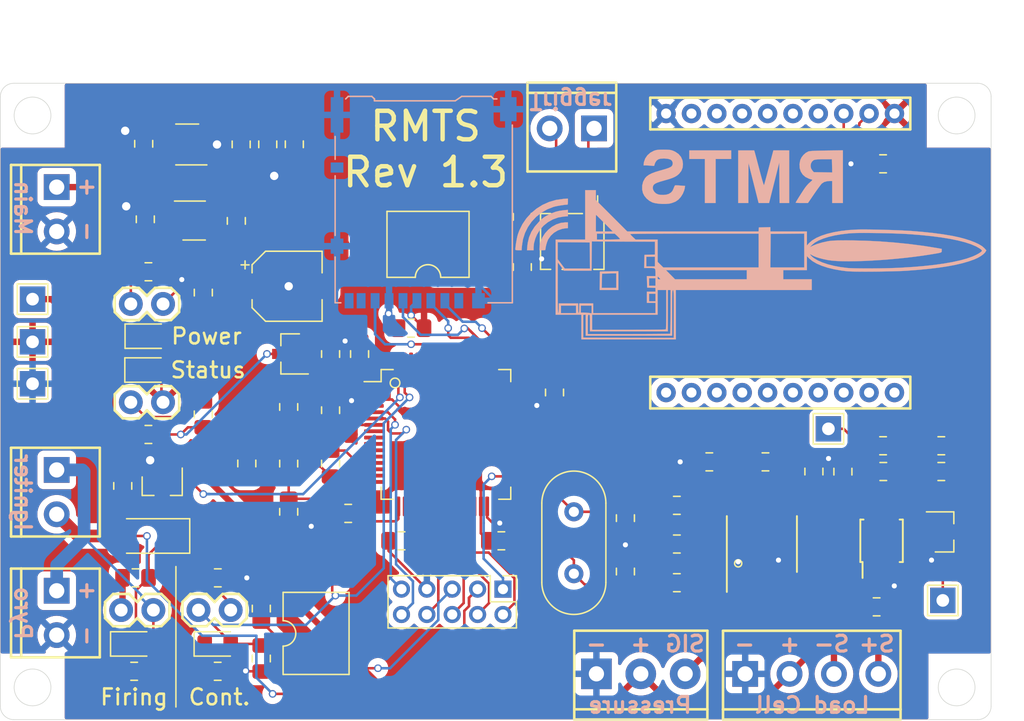
<source format=kicad_pcb>
(kicad_pcb (version 20221018) (generator pcbnew)
  (layers (0 "F.Cu" signal) (31 "B.Cu" signal) (34 "B.Paste" user) (35 "F.Paste" user) (36 "B.SilkS" user "B.Silkscreen") (37 "F.SilkS" user "F.Silkscreen") (38 "B.Mask" user) (39 "F.Mask" user) (44 "Edge.Cuts" user))
  (net 0 "")
  (net 1 "GND")
  (net 2 "+3V3")
  (net 3 "Net-(U2-VDDA)")
  (net 4 "Net-(U2-VREFL)")
  (net 5 "Net-(U2-VREFH)")
  (net 6 "Net-(U2-VREF_OUT{slash}CMP1_IN5{slash}CMP0_IN5{slash}ADC1_SE18)")
  (net 7 "Net-(J4-Pin_4)")
  (net 8 "Net-(J4-Pin_3)")
  (net 9 "/RST")
  (net 10 "/PTA3")
  (net 11 "/PTA2")
  (net 12 "/PTA1")
  (net 13 "/PTA0")
  (net 14 "Net-(J1-Pin_1)")
  (net 15 "/SD_CS")
  (net 16 "/SD_DI")
  (net 17 "/SD_DO")
  (net 18 "/SD_CLK")
  (net 19 "/DIN")
  (net 20 "/DOUT")
  (net 21 "Net-(JP1-Pad4)")
  (net 22 "Net-(JP1-Pad5)")
  (net 23 "Net-(JP1-Pad6)")
  (net 24 "Net-(JP1-Pad7)")
  (net 25 "Net-(JP1-Pad8)")
  (net 26 "Net-(JP1-Pad9)")
  (net 27 "Net-(JP1-Pad11)")
  (net 28 "Net-(JP1-Pad12)")
  (net 29 "Net-(JP1-Pad13)")
  (net 30 "Net-(JP1-Pad14)")
  (net 31 "Net-(JP1-Pad15)")
  (net 32 "Net-(JP1-Pad16)")
  (net 33 "Net-(JP1-Pad17)")
  (net 34 "Net-(JP1-Pad18)")
  (net 35 "Net-(JP1-Pad19)")
  (net 36 "Net-(JP1-Pad20)")
  (net 37 "Net-(U8-CB)")
  (net 38 "/Fire")
  (net 39 "/USBP")
  (net 40 "/USBM")
  (net 41 "/ASCL")
  (net 42 "/LC0")
  (net 43 "/ASDA")
  (net 44 "/ADRDY")
  (net 45 "Net-(U8-SW)")
  (net 46 "Net-(D1-K)")
  (net 47 "Net-(D1-A)")
  (net 48 "Net-(D2-K)")
  (net 49 "Net-(D3-K)")
  (net 50 "Net-(D3-A)")
  (net 51 "Net-(J8-Pin_1)")
  (net 52 "Net-(J8-Pin_2)")
  (net 53 "Net-(D4-+)")
  (net 54 "Net-(D4--)")
  (net 55 "Net-(D5-K)")
  (net 56 "Net-(D6-K)")
  (net 57 "Net-(J3-Pin_3)")
  (net 62 "Net-(U1-SW)")
  (net 63 "unconnected-(Q2-G-Pad1)")
  (net 64 "Net-(Q2-D)")
  (net 65 "Net-(U4-V_FG)")
  (net 66 "Net-(U7-K)")
  (net 67 "Net-(U4-V_REF)")
  (net 74 "/AMP_EN")
  (net 75 "Net-(D1-Pad2)")
  (net 76 "/XTAL1")
  (net 77 "/XTAL2")
  (net 85 "/CONT")
  (net 91 "Net-(R14-Pad1)")
  (net 92 "/EXT_FIRE")
  (net 96 "Net-(J9-Pad1)")
  (net 97 "Net-(J10-Pad2)")
  (net 98 "Net-(J11-Pad2)")
  (net 99 "Net-(J12-Pad2)")
  (net 101 "Net-(R12-Pad1)")
  (net 104 "+5V")
  (footprint "Capacitor_SMD:CP_Elec_5x3.9" (layer "F.Cu") (at 154.686 78.232)
    (fp_text reference "C2" hide)
    (fp_text value "10uF")
  )
  (footprint "Capacitor_SMD:C_0805_2012Metric_Pad1.15x1.40mm_HandSolder" (layer "F.Cu") (at 163.712 98.298 180)
    (fp_text reference "C3" hide)
    (fp_text value "0.1uF")
  )
  (footprint "Capacitor_SMD:C_0805_2012Metric_Pad1.15x1.40mm_HandSolder" (layer "F.Cu") (at 154.813 92.211 -90)
    (fp_text reference "C4" hide)
    (fp_text value "2.2uF")
  )
  (footprint "Capacitor_SMD:C_0805_2012Metric_Pad1.15x1.40mm_HandSolder" (layer "F.Cu") (at 160.401 83.575 90)
    (fp_text reference "C5" hide)
    (fp_text value "0.1uF")
  )
  (footprint "Capacitor_SMD:C_0805_2012Metric_Pad1.15x1.40mm_HandSolder" (layer "F.Cu") (at 171.577 98.298)
    (fp_text reference "C6" hide)
    (fp_text value "0.1uF")
  )
  (footprint "Capacitor_SMD:C_0805_2012Metric_Pad1.15x1.40mm_HandSolder" (layer "F.Cu") (at 151.511 92.202 -90)
    (fp_text reference "C7" hide)
    (fp_text value "0.1uF")
  )
  (footprint "Capacitor_SMD:C_0805_2012Metric_Pad1.15x1.40mm_HandSolder" (layer "F.Cu") (at 175.768 86.605 -90)
    (fp_text reference "C8" hide)
    (fp_text value "0.1uF")
  )
  (footprint "Capacitor_SMD:C_0805_2012Metric_Pad1.15x1.40mm_HandSolder" (layer "F.Cu") (at 158.115 88.002 90)
    (fp_text reference "C9" hide)
    (fp_text value "2.2uF")
  )
  (footprint "Capacitor_SMD:C_0805_2012Metric_Pad1.15x1.40mm_HandSolder" (layer "F.Cu") (at 159.503 96.139 180)
    (fp_text reference "C10" hide)
    (fp_text value "0.1uF")
  )
  (footprint "Capacitor_SMD:C_0805_2012Metric_Pad1.15x1.40mm_HandSolder" (layer "F.Cu") (at 154.813 96.012 90)
    (fp_text reference "FB1" hide)
    (fp_text value "Ferrite")
  )
  (footprint "Capacitor_SMD:C_0805_2012Metric_Pad1.15x1.40mm_HandSolder" (layer "F.Cu") (at 154.813 87.748 -90)
    (fp_text reference "FB2" hide)
    (fp_text value "Ferrite")
  )
  (footprint "Connector_PinHeader_2.00mm:PinHeader_2x05_P2.00mm_Vertical" (layer "F.Cu") (at 171.704 102.108 -90)
    (fp_text reference "J2" hide)
    (fp_text value "Programmer")
  )
  (footprint "SF_RF:XBEE" (layer "F.Cu") (at 182.56504 75.6158 -90)
    (fp_text reference "JP1" hide)
    (fp_text value "XBEE" hide)
  )
  (footprint "Resistor_SMD:R_0805_2012Metric_Pad1.15x1.40mm_HandSolder" (layer "F.Cu") (at 158.115 92.211 90)
    (fp_text reference "R3" hide)
    (fp_text value "470")
  )
  (footprint "TestPoint:TestPoint_THTPad_2.0x2.0mm_Drill1.0mm" (layer "F.Cu") (at 134.62 82.6135)
    (fp_text reference "TP2" hide)
    (fp_text value "3V3" hide)
  )
  (footprint "Package_QFP:LQFP-64_10x10mm_P0.5mm" (layer "F.Cu") (at 167.208001 89.910001)
    (fp_text reference "U2" hide)
    (fp_text value "MK20DX256VLH7")
  )
  (footprint "Crystal:Crystal_HC49-U_Vertical" (layer "F.Cu") (at 177.292 100.892 90)
    (fp_text reference "Y1" hide)
    (fp_text value "16 Mhz")
  )
  (footprint "Connectors:SCREWTERMINAL-3.5MM-3" (layer "F.Cu") (at 179.07 108.78312)
    (fp_text reference "J3" hide)
    (fp_text value "Screw_Terminal_01x03" hide)
  )
  (footprint "Connectors:SCREWTERMINAL-3.5MM-4" (layer "F.Cu") (at 190.79718 108.7882)
    (fp_text reference "J4" hide)
    (fp_text value "Screw_Terminal_01x04" hide)
  )
  (footprint "Connectors:SCREWTERMINAL-3.5MM-2" (layer "F.Cu") (at 136.525 102.235 -90)
    (fp_text reference "J5" hide)
    (fp_text value "Screw_Terminal_01x02" hide)
  )
  (footprint "Connectors:SCREWTERMINAL-3.5MM-2" (layer "F.Cu") (at 136.525 92.71 -90)
    (fp_text reference "J6" hide)
    (fp_text value "Screw_Terminal_01x02" hide)
  )
  (footprint "Capacitor_SMD:C_0805_2012Metric_Pad1.15x1.40mm_HandSolder" (layer "F.Cu") (at 201.667 68.58 180)
    (fp_text reference "C13" hide)
    (fp_text value "10uF")
  )
  (footprint "Capacitor_SMD:C_0805_2012Metric_Pad1.15x1.40mm_HandSolder" (layer "F.Cu") (at 164.456 81.534 180)
    (fp_text reference "C16" hide)
    (fp_text value "0.1uF" hide)
  )
  (footprint "Capacitor_SMD:C_0805_2012Metric_Pad1.15x1.40mm_HandSolder" (layer "F.Cu") (at 181.356 100.72 90)
    (fp_text reference "C14" hide)
    (fp_text value "12pF")
  )
  (footprint "Inductor_SMD:L_0805_2012Metric_Pad1.15x1.40mm_HandSolder" (layer "F.Cu") (at 150.6855 73.0795 -90)
    (fp_text reference "L1" hide)
    (fp_text value "1uH")
  )
  (footprint "Capacitor_SMD:C_0805_2012Metric_Pad1.15x1.40mm_HandSolder" (layer "F.Cu") (at 143.51 72.9525 90)
    (fp_text reference "C1" hide)
    (fp_text value "4.7uF")
  )
  (footprint "Package_TO_SOT_SMD:TSOT-23-5" (layer "F.Cu") (at 147.36 73.0275)
    (fp_text reference "U1" hide)
    (fp_text value "ADP2108AUJ-3.3")
  )
  (footprint "More_Diode_SMD:D_SOD-128" (layer "F.Cu") (at 143.932 97.917 180)
    (fp_text reference "D3" hide)
    (fp_text value "D")
  )
  (footprint "Connectors:1X02" (layer "F.Cu") (at 141.605 103.759)
    (fp_text reference "J9" hide)
    (fp_text value "CONN_02" hide)
  )
  (footprint "Resistor_SMD:R_0805_2012Metric_Pad1.15x1.40mm_HandSolder" (layer "F.Cu") (at 142.63 108.585)
    (fp_text reference "R9" hide)
    (fp_text value "1k")
  )
  (footprint "LED_SMD:LED_0805_2012Metric_Pad1.15x1.40mm_HandSolder" (layer "F.Cu") (at 142.63 106.426)
    (fp_text reference "D1" hide)
    (fp_text value "Firing")
  )
  (footprint "Connectors:1X02" (layer "F.Cu") (at 147.701 103.759)
    (fp_text reference "J10" hide)
    (fp_text value "CONN_02" hide)
  )
  (footprint "Resistor_SMD:R_0805_2012Metric_Pad1.15x1.40mm_HandSolder" (layer "F.Cu") (at 149.216 108.585)
    (fp_text reference "R10" hide)
    (fp_text value "1k")
  )
  (footprint "LED_SMD:LED_0805_2012Metric_Pad1.15x1.40mm_HandSolder" (layer "F.Cu") (at 149.216 106.426)
    (fp_text reference "D2" hide)
    (fp_text value "Continuity")
  )
  (footprint "Capacitor_SMD:C_0805_2012Metric_Pad1.15x1.40mm_HandSolder" (layer "F.Cu") (at 181.356 96.511 -90)
    (fp_text reference "C15" hide)
    (fp_text value "12pF")
  )
  (footprint "Capacitor_SMD:C_0805_2012Metric_Pad1.15x1.40mm_HandSolder" (layer "F.Cu") (at 187.969 92.075 180)
    (fp_text reference "C12" hide)
    (fp_text value "0.1uF")
  )
  (footprint "Resistor_SMD:R_0805_2012Metric_Pad1.15x1.40mm_HandSolder" (layer "F.Cu") (at 185.411 101.6)
    (fp_text reference "R4" hide)
    (fp_text value "1k")
  )
  (footprint "Package_SO:TSSOP-16_4.4x5mm_P0.65mm" (layer "F.Cu") (at 192.151 98.552 90)
    (fp_text reference "U3" hide)
    (fp_text value "ADS1219")
  )
  (footprint "Resistor_SMD:R_0805_2012Metric_Pad1.15x1.40mm_HandSolder" (layer "F.Cu") (at 185.411 95.504)
    (fp_text reference "R8" hide)
    (fp_text value "1k")
  )
  (footprint "Capacitor_SMD:C_0805_2012Metric_Pad1.15x1.40mm_HandSolder" (layer "F.Cu") (at 192.396 92.075)
    (fp_text reference "C11" hide)
    (fp_text value "0.1uF")
  )
  (footprint "Resistor_SMD:R_0805_2012Metric_Pad1.15x1.40mm_HandSolder" (layer "F.Cu") (at 152.654 107.578 -90)
    (fp_text reference "R11" hide)
    (fp_text value "500")
  )
  (footprint "Package_DIP:SMDIP-4_W9.53mm" (layer "F.Cu") (at 156.972 105.598 90)
    (fp_text reference "U5" hide)
    (fp_text value "LTV-817S")
  )
  (footprint "Resistor_SMD:R_0805_2012Metric_Pad1.15x1.40mm_HandSolder" (layer "F.Cu") (at 152.654 103.641 90)
    (fp_text reference "R12" hide)
    (fp_text value "500")
  )
  (footprint "Resistor_SMD:R_0805_2012Metric_Pad1.15x1.40mm_HandSolder" (layer "F.Cu") (at 201.685 92.837)
    (fp_text reference "R5" hide)
    (fp_text value "250k")
  )
  (footprint "Resistor_SMD:R_0805_2012Metric_Pad1.15x1.40mm_HandSolder" (layer "F.Cu") (at 201.667 90.805 180)
    (fp_text reference "R6" hide)
    (fp_text value "1k")
  )
  (footprint "Package_SO:MSOP-8_3x3mm_P0.65mm" (layer "F.Cu") (at 201.549 98.298 90)
    (fp_text reference "U4" hide)
    (fp_text value "MCP6N16")
  )
  (footprint "Capacitor_SMD:C_0805_2012Metric_Pad1.15x1.40mm_HandSolder" (layer "F.Cu") (at 196.215 92.837 90)
    (fp_text reference "C18" hide)
    (fp_text value "0.1uF")
  )
  (footprint "Package_TO_SOT_SMD:TO-269AA" (layer "F.Cu") (at 177.165 74.703 -90)
    (fp_text reference "D4" hide)
    (fp_text value "MB4S")
  )
  (footprint "Resistor_SMD:R_0805_2012Metric_Pad1.15x1.40mm_HandSolder" (layer "F.Cu") (at 173.228 72.762 -90)
    (fp_text reference "R14" hide)
    (fp_text value "1k")
  )
  (footprint "Resistor_SMD:R_0805_2012Metric_Pad1.15x1.40mm_HandSolder" (layer "F.Cu") (at 173.228 76.717 90)
    (fp_text reference "R15" hide)
    (fp_text value "500")
  )
  (footprint "Package_DIP:SMDIP-4_W9.53mm" (layer "F.Cu") (at 165.796 74.93 180)
    (fp_text reference "U6" hide)
    (fp_text value "LTV-817S")
  )
  (footprint "Connectors:SCREWTERMINAL-3.5MM-2" (layer "F.Cu") (at 178.88458 65.786 180)
    (fp_text reference "J8" hide)
    (fp_text value "Screw_Terminal_01x02" hide)
  )
  (footprint "LED_SMD:LED_0805_2012Metric_Pad1.15x1.40mm_HandSolder" (layer "F.Cu") (at 143.755 84.836)
    (fp_text reference "D6" hide)
    (fp_text value "Status")
  )
  (footprint "Resistor_SMD:R_0805_2012Metric_Pad1.15x1.40mm_HandSolder" (layer "F.Cu") (at 143.755 89.916)
    (fp_text reference "R17" hide)
    (fp_text value "1k")
  )
  (footprint "Connectors:1X02" (layer "F.Cu") (at 144.907 87.376 180)
    (fp_text reference "J12" hide)
    (fp_text value "CONN_02" hide)
  )
  (footprint "Resistor_SMD:R_0805_2012Metric_Pad1.15x1.40mm_HandSolder" (layer "F.Cu") (at 141.732 93.971 90)
    (fp_text reference "R18" hide)
    (fp_text value "1k")
  )
  (footprint "Capacitor_SMD:C_0805_2012Metric_Pad1.15x1.40mm_HandSolder" (layer "F.Cu") (at 201.159 103.505 180)
    (fp_text reference "C17" hide)
    (fp_text value "0.47uF")
  )
  (footprint "Package_TO_SOT_SMD:SOT-23" (layer "F.Cu") (at 154.956 83.566 180)
    (fp_text reference "Q2" hide)
    (fp_text value "PMV20ENR")
  )
  (footprint "Resistor_SMD:R_0805_2012Metric_Pad1.15x1.40mm_HandSolder" (layer "F.Cu") (at 158.115 83.575 90)
    (fp_text reference "R20" hide)
    (fp_text value "1k")
  )
  (footprint "Resistor_SMD:R_0805_2012Metric_Pad1.15x1.40mm_HandSolder" (layer "F.Cu") (at 148.082 88.3285 -90)
    (fp_text reference "R21" hide)
    (fp_text value "500")
  )
  (footprint "Resistor_SMD:R_0805_2012Metric_Pad1.15x1.40mm_HandSolder" (layer "F.Cu") (at 142.739 101.219)
    (fp_text reference "R22" hide)
    (fp_text value "500")
  )
  (footprint "Resistor_SMD:R_0805_2012Metric_Pad1.15x1.40mm_HandSolder" (layer "F.Cu") (at 149.225 101.219)
    (fp_text reference "R23" hide)
    (fp_text value "500")
  )
  (footprint "Resistor_SMD:R_0805_2012Metric_Pad1.15x1.40mm_HandSolder" (layer "F.Cu") (at 143.755 77.089)
    (fp_text reference "R19" hide)
    (fp_text value "500")
  )
  (footprint "Connectors:1X02" (layer "F.Cu") (at 144.907 79.629 180)
    (fp_text reference "J11" hide)
    (fp_text value "CONN_02" hide)
  )
  (footprint "LED_SMD:LED_0805_2012Metric_Pad1.15x1.40mm_HandSolder" (layer "F.Cu") (at 143.773 82.169)
    (fp_text reference "D5" hide)
    (fp_text value "Power" hide)
  )
  (footprint "Resistor_SMD:R_0805_2012Metric_Pad1.15x1.40mm_HandSolder" (layer "F.Cu") (at 148.082 78.731 90)
    (fp_text reference "R16" hide)
    (fp_text value "1k")
  )
  (footprint "Capacitor_SMD:C_0805_2012Metric_Pad1.15x1.40mm_HandSolder" (layer "F.Cu") (at 198.501 92.846 90)
    (fp_text reference "C19" hide)
    (fp_text value "4.7uF")
  )
  (footprint "Resistor_SMD:R_0805_2012Metric_Pad1.15x1.40mm_HandSolder" (layer "F.Cu") (at 206.257 92.837)
    (fp_text reference "R25" hide)
    (fp_text value "1k")
  )
  (footprint "Package_TO_SOT_SMD:SOT-23" (layer "F.Cu") (at 206.486 97.597)
    (fp_text reference "U7" hide)
    (fp_text value "LM4040DBZ-2.5")
  )
  (footprint "Resistor_SMD:R_0805_2012Metric_Pad1.15x1.40mm_HandSolder" (layer "F.Cu") (at 206.257 90.805 180)
    (fp_text reference "R24" hide)
    (fp_text value "1k")
  )
  (footprint "Resistor_SMD:R_0805_2012Metric_Pad1.15x1.40mm_HandSolder" (layer "F.Cu") (at 185.411 98.552)
    (fp_text reference "R7" hide)
    (fp_text value "1k")
  )
  (footprint "Connectors:SCREWTERMINAL-3.5MM-2" (layer "F.Cu") (at 136.525 70.41642 -90)
    (fp_text reference "J1" hide)
    (fp_text value "Screw_Terminal_01x02" hide)
  )
  (footprint "TestPoint:TestPoint_THTPad_2.0x2.0mm_Drill1.0mm" (layer "F.Cu") (at 134.62 85.9155)
    (fp_text reference "TP1" hide)
    (fp_text value "GND")
  )
  (footprint "Capacitor_SMD:C_0805_2012Metric_Pad1.15x1.40mm_HandSolder" (layer "F.Cu") (at 155.2575 67.0396 -90)
    (fp_text reference "C22" hide)
    (fp_text value "10uF")
  )
  (footprint "TestPoint:TestPoint_THTPad_2.0x2.0mm_Drill1.0mm" (layer "F.Cu") (at 134.62 79.248)
    (fp_text reference "TP3" hide)
    (fp_text value "5V")
  )
  (footprint "Package_TO_SOT_SMD:SOT-23-6" (layer "F.Cu") (at 146.812 67.056 180)
    (fp_text reference "U8" hide)
    (fp_text value "LMR50410-Q1")
  )
  (footprint "Inductor_SMD:L_0805_2012Metric_Pad1.15x1.40mm_HandSolder" (layer "F.Cu") (at 151.0665 67.047 90)
    (fp_text reference "L2" hide)
    (fp_text value "4.7uH")
  )
  (footprint "Capacitor_SMD:C_0805_2012Metric_Pad1.15x1.40mm_HandSolder" (layer "F.Cu") (at 143.383 67.0015 90)
    (fp_text reference "C20" hide)
    (fp_text value "2.2uF")
  )
  (footprint "Capacitor_SMD:C_0805_2012Metric_Pad1.15x1.40mm_HandSolder" (layer "F.Cu") (at 153.162 67.0433 -90)
    (fp_text reference "C21" hide)
    (fp_text value "0.1uF")
  )
  (footprint "Package_TO_SOT_SMD:SOT-23" (layer "F.Cu") (at 144.841 93.964 -90)
    (fp_text reference "Q1" hide)
    (fp_text value "PMV20ENR")
  )
  (footprint "TestPoint:TestPoint_THTPad_2.0x2.0mm_Drill1.0mm" (layer "F.Cu") (at 206.375 102.997)
    (fp_text reference "TP4" hide)
    (fp_text value "5V")
  )
  (footprint "TestPoint:TestPoint_THTPad_2.0x2.0mm_Drill1.0mm" (layer "F.Cu") (at 197.358 89.4715)
    (fp_text reference "TP5" hide)
    (fp_text value "LC")
  )
  (footprint "Connector_Card:microSD_HC_Hirose_DM3AT-SF-PEJM5" (layer "B.Cu") (at 165.448 71.65)
    (fp_text reference "J7" hide)
    (fp_text value "Micro_SD_Card_Det_Hirose_DM3AT")
  )
  (footprint "Logo:logo" (layer "B.Cu") (at 189.992 74.93 180)
    (fp_text reference "G***" hide)
    (fp_text value "LOGO" hide)
  )
  (gr_line (start 145.923 100.33) (end 145.923 111.395) (stroke (width 0.12)) (layer "F.SilkS"))
  (gr_circle (center 163.195 85.852) (end 163.195 86.233) (stroke (width 0.12)) (fill none) (layer "F.SilkS"))
  (gr_circle (center 190.246 100.076) (end 190.5 100.203) (stroke (width 0.12)) (fill none) (layer "F.SilkS"))
  (gr_line (start 133.1468 62.23) (end 209.1182 62.23) (stroke (width 0.05)) (layer "Edge.Cuts"))
  (gr_line (start 210.185 63.2968) (end 210.185 111.3282) (stroke (width 0.05)) (layer "Edge.Cuts"))
  (gr_line (start 209.1182 112.395) (end 133.1468 112.395) (stroke (width 0.05)) (layer "Edge.Cuts"))
  (gr_line (start 132.08 111.3282) (end 132.08 63.2968) (stroke (width 0.05)) (layer "Edge.Cuts"))
  (gr_arc (start 209.1182 62.23) (mid 209.872542 62.542458) (end 210.185 63.2968) (stroke (width 0.05)) (layer "Edge.Cuts"))
  (gr_arc (start 210.185 111.3282) (mid 209.872542 112.082542) (end 209.1182 112.395) (stroke (width 0.05)) (layer "Edge.Cuts"))
  (gr_arc (start 133.1468 112.395) (mid 132.392458 112.082542) (end 132.08 111.3282) (stroke (width 0.05)) (layer "Edge.Cuts"))
  (gr_circle (center 207.465 109.855) (end 208.915 109.855) (stroke (width 0.05)) (fill none) (layer "Edge.Cuts"))
  (gr_arc (start 132.08 63.2968) (mid 132.392458 62.542458) (end 133.1468 62.23) (stroke (width 0.05)) (layer "Edge.Cuts"))
  (gr_circle (center 207.465 64.77) (end 208.915 64.77) (stroke (width 0.05)) (fill none) (layer "Edge.Cuts"))
  (gr_circle (center 134.62 64.77) (end 136.07 64.77) (stroke (width 0.05)) (fill none) (layer "Edge.Cuts"))
  (gr_circle (center 134.62 109.855) (end 136.07 109.855) (stroke (width 0.05)) (fill none) (layer "Edge.Cuts"))
  (gr_text "-" (at 179.07 106.426) (layer "B.SilkS") (effects (font (size 1.25 1.25) (thickness 0.25)) (justify mirror)))
  (gr_text "+" (at 182.5625 106.426) (layer "B.SilkS") (effects (font (size 1.25 1.25) (thickness 0.25)) (justify mirror)))
  (gr_text "SIG" (at 186.055 106.426) (layer "B.SilkS") (effects (font (size 1.25 1.25) (thickness 0.25)) (justify mirror)))
  (gr_text "-" (at 190.754 106.426) (layer "B.SilkS") (effects (font (size 1.25 1.25) (thickness 0.25)) (justify mirror)))
  (gr_text "S+" (at 201.168 106.426) (layer "B.SilkS") (effects (font (size 1.25 1.25) (thickness 0.25)) (justify mirror)))
  (gr_text "S-" (at 197.612 106.426) (layer "B.SilkS") (effects (font (size 1.25 1.25) (thickness 0.25)) (justify mirror)))
  (gr_text "+" (at 194.31 106.426) (layer "B.SilkS") (effects (font (size 1.25 1.25) (thickness 0.25)) (justify mirror)))
  (gr_text "+" (at 138.811 70.4215 90) (layer "B.SilkS") (effects (font (size 1.25 1.25) (thickness 0.25)) (justify mirror)))
  (gr_text "-" (at 138.811 73.914 90) (layer "B.SilkS") (effects (font (size 1.25 1.25) (thickness 0.25)) (justify mirror)))
  (gr_text "Main" (at 133.858 72.0725 -90) (layer "B.SilkS") (effects (font (size 1.25 1.25) (thickness 0.25)) (justify mirror)))
  (gr_text "Pyro" (at 133.858 104.013 -90) (layer "B.SilkS") (effects (font (size 1.25 1.25) (thickness 0.25)) (justify mirror)))
  (gr_text "Pressure" (at 182.499 111.252) (layer "B.SilkS") (effects (font (size 1.25 1.25) (thickness 0.25)) (justify mirror)))
  (gr_text "Load Cell" (at 196.088 111.252) (layer "B.SilkS") (effects (font (size 1.25 1.25) (thickness 0.25)) (justify mirror)))
  (gr_text "+" (at 138.811 102.235 90) (layer "B.SilkS") (effects (font (size 1.25 1.25) (thickness 0.25)) (justify mirror)))
  (gr_text "Trigger" (at 177.038 63.627 180) (layer "B.SilkS") (effects (font (size 1.25 1.25) (thickness 0.25)) (justify mirror)))
  (gr_text "Igniter" (at 133.858 94.488 -90) (layer "B.SilkS") (effects (font (size 1.25 1.25) (thickness 0.25)) (justify mirror)))
  (gr_text "-" (at 138.811 105.791 90) (layer "B.SilkS") (effects (font (size 1.25 1.25) (thickness 0.25)) (justify mirror)))
  (gr_text "Firing\n" (at 142.621 110.617) (layer "F.SilkS") (effects (font (size 1.25 1.25) (thickness 0.2))))
  (gr_text "Cont." (at 149.352 110.617) (layer "F.SilkS") (effects (font (size 1.25 1.25) (thickness 0.2))))
  (gr_text "Power" (at 148.336 82.169) (layer "F.SilkS") (effects (font (size 1.25 1.25) (thickness 0.2))))
  (gr_text "RMTS\nRev 1.3" (at 165.608 67.437) (layer "F.SilkS") (effects (font (size 2.25 2.25) (thickness 0.35))))
  (gr_text "Status" (at 148.463 84.836) (layer "F.SilkS") (effects (font (size 1.25 1.25) (thickness 0.2))))
  (segment (start 143.3625 71.78) (end 143.51 71.9275) (width 0.5) (layer "F.Cu") (net 1))
  (segment (start 144.61 73.0275) (end 146.05 73.0275) (width 0.5) (layer "F.Cu") (net 1))
  (segment (start 143.51 71.9275) (end 144.61 73.0275) (width 0.5) (layer "F.Cu") (net 1))
  (segment (start 192.476 100.552) (end 192.381 100.457) (width 0.2) (layer "F.Cu") (net 1))
  (segment (start 192.381 100.457) (end 192.024 100.457) (width 0.2) (layer "F.Cu") (net 1))
  (segment (start 192.024 100.457) (end 191.897 100.584) (width 0.2) (layer "F.Cu") (net 1))
  (segment (start 191.897 100.584) (end 191.897 100.906) (width 0.2) (layer "F.Cu") (net 1))
  (segment (start 191.897 100.906) (end 191.826 100.977) (width 0.2) (layer "F.Cu") (net 1))
  (segment (start 191.826 100.977) (end 191.826 101.502) (width 0.2) (layer "F.Cu") (net 1))
  (segment (start 190.526 101.502) (end 190.526 100.552) (width 0.2) (layer "F.Cu") (net 1))
  (segment (start 193.421 99.822) (end 193.845264 99.822) (width 0.2) (layer "F.Cu") (net 1))
  (segment (start 193.845264 99.822) (end 194.426 100.402736) (width 0.2) (layer "F.Cu") (net 1))
  (segment (start 194.426 100.402736) (end 194.426 100.552) (width 0.2) (layer "F.Cu") (net 1))
  (segment (start 194.426 100.552) (end 194.426 101.502) (width 0.2) (layer "F.Cu") (net 1))
  (segment (start 193.206 99.822) (end 193.421 99.822) (width 0.2) (layer "F.Cu") (net 1))
  (segment (start 192.476 101.502) (end 192.476 100.552) (width 0.2) (layer "F.Cu") (net 1))
  (segment (start 192.476 100.552) (end 193.206 99.822) (width 0.2) (layer "F.Cu") (net 1))
  (segment (start 197.367 91.812) (end 198.492 91.812) (width 0.5) (layer "F.Cu") (net 1))
  (segment (start 181.356 98.6155) (end 181.356 99.695) (width 0.2) (layer "F.Cu") (net 1))
  (segment (start 147.912 67.056) (end 149.1615 67.056) (width 0.5) (layer "F.Cu") (net 1))
  (segment (start 149.1615 67.056) (end 149.1615 67.056) (width 0.5) (layer "F.Cu") (net 1))
  (segment (start 146.3855 77.706) (end 145.397 77.706) (width 0.2) (layer "F.Cu") (net 1))
  (segment (start 159.258 82.55) (end 160.401 82.55) (width 0.2) (layer "F.Cu") (net 1))
  (segment (start 141.732 92.946) (end 143.873 92.946) (width 0.2) (layer "F.Cu") (net 1))
  (segment (start 151.511 101.219) (end 151.511 101.473) (width 0.2) (layer "F.Cu") (net 1))
  (segment (start 155.194 68.0265) (end 155.176 68.0265) (width 0.5) (layer "F.Cu") (net 1))
  (segment (start 190.526 100.229) (end 190.246 99.949) (width 0.2) (layer "F.Cu") (net 1))
  (segment (start 155.712201 82.372201) (end 155.956 82.616) (width 0.2) (layer "F.Cu") (net 1))
  (segment (start 170.458001 96.460001) (end 170.899 96.901) (width 0.2) (layer "F.Cu") (net 1))
  (segment (start 151.257 108.585) (end 152.636 108.585) (width 0.2) (layer "F.Cu") (net 1))
  (segment (start 195.952 92.075) (end 196.215 91.812) (width 0.5) (layer "F.Cu") (net 1))
  (segment (start 143.891 92.964) (end 143.891 91.948) (width 1) (layer "F.Cu") (net 1))
  (segment (start 155.2575 68.0646) (end 155.1379 68.0646) (width 0.5) (layer "F.Cu") (net 1))
  (segment (start 202.524 100.752) (end 202.438 100.838) (width 0.2) (layer "F.Cu") (net 1))
  (segment (start 158.115 82.55) (end 158.915 82.55) (width 0.2) (layer "F.Cu") (net 1))
  (segment (start 202.438 100.838) (end 202.438 101.6) (width 0.2) (layer "F.Cu") (net 1))
  (segment (start 205.486 98.547) (end 205.486 99.147) (width 0.2) (layer "F.Cu") (net 1))
  (segment (start 143.873 92.946) (end 143.891 92.964) (width 0.2) (layer "F.Cu") (net 1))
  (segment (start 174.028 75.692) (end 174.409 76.073) (width 0.2) (layer "F.Cu") (net 1))
  (segment (start 162.687 80.391) (end 162.687 80.79) (width 0.2) (layer "F.Cu") (net 1))
  (segment (start 189.876 101.502) (end 189.876 100.319) (width 0.2) (layer "F.Cu") (net 1))
  (segment (start 202.438 101.6) (end 202.438 101.741) (width 0.2) (layer "F.Cu") (net 1))
  (segment (start 151.257 108.585) (end 151.384 108.585) (width 0.2) (layer "F.Cu") (net 1))
  (segment (start 172.076 97.917) (end 172.076 98.035) (width 0.2) (layer "F.Cu") (net 1))
  (segment (start 160.658001 87.660001) (end 161.533001 87.660001) (width 0.2) (layer "F.Cu") (net 1))
  (segment (start 151.511 101.473) (end 152.654 102.616) (width 0.2) (layer "F.Cu") (net 1))
  (segment (start 196.215 91.812) (end 197.367 91.812) (width 0.5) (layer "F.Cu") (net 1))
  (segment (start 158.115 86.977) (end 159.494 86.977) (width 0.2) (layer "F.Cu") (net 1))
  (segment (start 154.813 97.037) (end 156.473 97.037) (width 0.2) (layer "F.Cu") (net 1))
  (segment (start 174.409 76.073) (end 174.752 76.073) (width 0.2) (layer "F.Cu") (net 1))
  (segment (start 152.636 108.585) (end 152.654 108.603) (width 0.2) (layer "F.Cu") (net 1))
  (segment (start 171.45 97.146) (end 172.602 98.298) (width 0.2) (layer "F.Cu") (net 1))
  (segment (start 174.371 87.63) (end 175.768 87.63) (width 0.2) (layer "F.Cu") (net 1))
  (segment (start 150.25 101.219) (end 150.925 101.219) (width 0.2) (layer "F.Cu") (net 1))
  (segment (start 189.876 100.319) (end 190.246 99.949) (width 0.2) (layer "F.Cu") (net 1))
  (segment (start 150.241 108.585) (end 151.257 108.585) (width 0.2) (layer "F.Cu") (net 1))
  (segment (start 160.546999 87.548999) (end 160.658001 87.660001) (width 0.2) (layer "F.Cu") (net 1))
  (segment (start 175.768 87.63) (end 174.798001 86.660001) (width 0.2) (layer "F.Cu") (net 1))
  (segment (start 202.438 101.741) (end 202.551 101.854) (width 0.2) (layer "F.Cu") (net 1))
  (segment (start 170.458001 95.585001) (end 170.458001 96.460001) (width 0.2) (layer "F.Cu") (net 1))
  (segment (start 170.899 96.901) (end 171.025736 96.901) (width 0.2) (layer "F.Cu") (net 1))
  (segment (start 155.1379 68.0646) (end 153.67 69.5325) (width 0.5) (layer "F.Cu") (net 1))
  (segment (start 143.51 71.9275) (end 142.004 71.9275) (width 0.5) (layer "F.Cu") (net 1))
  (segment (start 173.228 75.692) (end 174.028 75.692) (width 0.2) (layer "F.Cu") (net 1))
  (segment (start 155.956 82.616) (end 158.049 82.616) (width 0.2) (layer "F.Cu") (net 1))
  (segment (start 159.494 86.977) (end 159.766 87.249) (width 0.2) (layer "F.Cu") (net 1))
  (segment (start 152.509 108.458) (end 152.654 108.603) (width 0.2) (layer "F.Cu") (net 1))
  (segment (start 143.383 65.9765) (end 142.583 65.9765) (width 0.5) (layer "F.Cu") (net 1))
  (segment (start 162.687 99.091) (end 162.687 98.298) (width 0.2) (layer "F.Cu") (net 1))
  (segment (start 205.486 99.147) (end 205.486 99.822) (width 0.2) (layer "F.Cu") (net 1))
  (segment (start 162.687 80.79) (end 163.431 81.534) (width 0.2) (layer "F.Cu") (net 1))
  (segment (start 190.526 101.502) (end 190.526 100.229) (width 0.2) (layer "F.Cu") (net 1))
  (segment (start 185.674 92.075) (end 186.944 92.075) (width 0.2) (layer "F.Cu") (net 1))
  (segment (start 202.524 100.473) (end 202.524 100.752) (width 0.2) (layer "F.Cu") (net 1))
  (segment (start 193.421 92.075) (end 195.952 92.075) (width 0.5) (layer "F.Cu") (net 1))
  (segment (start 158.915 82.55) (end 159.258 82.55) (width 0.2) (layer "F.Cu") (net 1))
  (segment (start 171.025736 96.901) (end 171.45 96.901) (width 0.2) (layer "F.Cu") (net 1))
  (segment (start 148.082 77.706) (end 146.3855 77.706) (width 0.2) (layer "F.Cu") (net 1))
  (segment (start 142.583 65.9765) (end 141.9225 65.9765) (width 0.5) (layer "F.Cu") (net 1))
  (segment (start 143.882 92.955) (end 143.891 92.964) (width 0.2) (layer "F.Cu") (net 1))
  (segment (start 158.049 82.616) (end 158.115 82.55) (width 0.2) (layer "F.Cu") (net 1))
  (segment (start 165.704 102.108) (end 162.687 99.091) (width 0.2) (layer "F.Cu") (net 1))
  (segment (start 198.492 91.812) (end 198.501 91.821) (width 0.5) (layer "F.Cu") (net 1))
  (segment (start 159.766 87.249) (end 160.065999 87.548999) (width 0.2) (layer "F.Cu") (net 1))
  (segment (start 199.136 68.58) (end 200.642 68.58) (width 0.2) (layer "F.Cu") (net 1))
  (segment (start 151.384 108.585) (end 151.413579 108.555421) (width 0.2) (layer "F.Cu") (net 1))
  (segment (start 145.397 77.706) (end 144.78 77.089) (width 0.2) (layer "F.Cu") (net 1))
  (segment (start 156.473 97.037) (end 156.591 97.155) (width 0.2) (layer "F.Cu") (net 1))
  (segment (start 202.524 99.998) (end 202.524 100.498) (width 0.2) (layer "F.Cu") (net 1))
  (segment (start 174.798001 86.660001) (end 172.883001 86.660001) (width 0.2) (layer "F.Cu") (net 1))
  (segment (start 171.45 96.901) (end 171.45 97.146) (width 0.2) (layer "F.Cu") (net 1))
  (segment (start 160.065999 87.548999) (end 160.546999 87.548999) (width 0.2) (layer "F.Cu") (net 1))
  (segment (start 150.925 101.219) (end 151.511 101.219) (width 0.2) (layer "F.Cu") (net 1))
  (segment (start 156.886 78.232) (end 155.286 78.232) (width 0.5) (layer "F.Cu") (net 1))
  (segment (start 181.356 97.536) (end 181.356 98.6155) (width 0.2) (layer "F.Cu") (net 1))
  (via (at 193.421 99.822) (size 0.6) (drill 0.4) (layers "F.Cu" "B.Cu") (net 1))
  (via (at 149.1615 67.056) (size 1) (drill 0.66) (layers "F.Cu" "B.Cu") (net 1))
  (via (at 146.3855 77.706) (size 0.6) (drill 0.4) (layers "F.Cu" "B.Cu") (net 1))
  (via (at 205.486 99.822) (size 0.6) (drill 0.4) (layers "F.Cu" "B.Cu") (net 1))
  (via (at 143.891 91.948) (size 1) (drill 0.66) (layers "F.Cu" "B.Cu") (net 1))
  (via (at 151.413579 108.555421) (size 0.6) (drill 0.4) (layers "F.Cu" "B.Cu") (net 1))
  (via (at 199.136 68.58) (size 0.6) (drill 0.4) (layers "F.Cu" "B.Cu") (net 1))
  (via (at 174.371 87.63) (size 0.6) (drill 0.4) (layers "F.Cu" "B.Cu") (net 1))
  (via (at 159.258 82.55) (size 0.6) (drill 0.4) (layers "F.Cu" "B.Cu") (net 1))
  (via (at 171.45 96.901) (size 0.6) (drill 0.4) (layers "F.Cu" "B.Cu") (net 1))
  (via (at 142.004 71.9275) (size 1) (drill 0.66) (layers "F.Cu" "B.Cu") (net 1))
  (via (at 153.67 69.5325) (size 1) (drill 0.66) (layers "F.Cu" "B.Cu") (net 1))
  (via (at 141.9225 65.9765) (size 1) (drill 0.66) (layers "F.Cu" "B.Cu") (net 1))
  (via (at 197.367 91.812) (size 0.6) (drill 0.4) (layers "F.Cu" "B.Cu") (net 1))
  (via (at 156.591 97.155) (size 0.6) (drill 0.4) (layers "F.Cu" "B.Cu") (net 1))
  (via (at 185.674 92.075) (size 0.6) (drill 0.4) (layers "F.Cu" "B.Cu") (net 1))
  (via (at 181.356 98.6155) (size 0.6) (drill 0.4) (layers "F.Cu" "B.Cu") (net 1))
  (via (at 202.551 101.854) (size 0.6) (drill 0.4) (layers "F.Cu" "B.Cu") (net 1))
  (via (at 190.246 99.949) (size 0.6) (drill 0.4) (layers "F.Cu" "B.Cu") (net 1))
  (via (at 159.766 87.249) (size 0.6) (drill 0.4) (layers "F.Cu" "B.Cu") (net 1))
  (via (at 162.687 80.391) (size 0.6) (drill 0.4) (layers "F.Cu" "B.Cu") (net 1))
  (via (at 174.752 76.073) (size 0.6) (drill 0.4) (layers "F.Cu" "B.Cu") (net 1))
  (via (at 151.511 101.219) (size 0.6) (drill 0.4) (layers "F.Cu" "B.Cu") (net 1))
  (via (at 154.813 78.232) (size 1) (drill 0.66) (layers "F.Cu" "B.Cu") (net 1))
  (segment (start 173.228 81.51611) (end 169.507099 77.795209) (width 0.2) (layer "B.Cu") (net 1))
  (segment (start 144.78 84.836) (end 144.78 87.249) (width 0.2) (layer "F.Cu") (net 2))
  (segment (start 174.361501 86.160001) (end 175.187999 86.160001) (width 0.2) (layer "F.Cu") (net 2))
  (segment (start 155.702 100.943) (end 155.702 100.833) (width 0.2) (layer "F.Cu") (net 2))
  (segment (start 144.78 87.249) (end 144.907 87.376) (width 0.2) (layer "F.Cu") (net 2))
  (segment (start 165.458001 95.585001) (end 165.458001 94.002999) (width 0.2) (layer "F.Cu") (net 2))
  (segment (start 148.67 73.9775) (end 150.5585 73.9775) (width 0.5) (layer "F.Cu") (net 2))
  (segment (start 164.465 80.518) (end 165.481 81.534) (width 0.2) (layer "F.Cu") (net 2))
  (segment (start 170.930501 86.752499) (end 172.466 85.217) (width 0.5) (layer "F.Cu") (net 2))
  (segment (start 171.7585 99.5045) (end 171.831 99.5045) (width 0.2) (layer "F.Cu") (net 2))
  (segment (start 161.533001 87.160001) (end 162.719 87.160001) (width 0.2) (layer "F.Cu") (net 2))
  (segment (start 169.958001 94.710001) (end 169.958001 95.585001) (width 0.2) (layer "F.Cu") (net 2))
  (segment (start 172.883001 86.160001) (end 174.361501 86.160001) (width 0.2) (layer "F.Cu") (net 2))
  (segment (start 162.757001 87.122) (end 162.757001 85.287001) (width 0.2) (layer "F.Cu") (net 2))
  (segment (start 160.830893 89.160001) (end 161.533001 89.160001) (width 0.2) (layer "F.Cu") (net 2))
  (segment (start 169.704 102.108) (end 169.029001 102.782999) (width 0.2) (layer "F.Cu") (net 2))
  (segment (start 148.67 73.9775) (end 148.67 73.9305) (width 0.5) (layer "F.Cu") (net 2))
  (segment (start 171.831 99.5045) (end 172.0215 99.695) (width 0.2) (layer "F.Cu") (net 2))
  (segment (start 191.826 96.335602) (end 191.826 95.602) (width 0.2) (layer "F.Cu") (net 2))
  (segment (start 172.008001 86.160001) (end 170.930501 87.237501) (width 0.2) (layer "F.Cu") (net 2))
  (segment (start 172.0215 99.695) (end 172.212 99.695) (width 0.2) (layer "F.Cu") (net 2))
  (segment (start 162.961039 87.160001) (end 164.066038 88.265) (width 0.2) (layer "F.Cu") (net 2))
  (segment (start 169.029001 102.782999) (end 169.029001 103.448037) (width 0.2) (layer "F.Cu") (net 2))
  (segment (start 169.958001 88.210001) (end 169.958001 94.710001) (width 0.2) (layer "F.Cu") (net 2))
  (segment (start 188.994 92.075) (end 189.669 92.075) (width 0.2) (layer "F.Cu") (net 2))
  (segment (start 150.5585 73.9775) (end 150.6855 74.1045) (width 0.5) (layer "F.Cu") (net 2))
  (segment (start 145.846799 78.689201) (end 150.164799 78.689201) (width 0.2) (layer "F.Cu") (net 2))
  (segment (start 162.719 87.160001) (end 162.757001 87.122) (width 0.2) (layer "F.Cu") (net 2))
  (segment (start 169.029001 103.448037) (end 168.656 103.821038) (width 0.2) (layer "F.Cu") (net 2))
  (segment (start 189.669 92.075) (end 191.826 94.232) (width 0.2) (layer "F.Cu") (net 2))
  (segment (start 158.915 89.027) (end 159.048001 89.160001) (width 0.2) (layer "F.Cu") (net 2))
  (segment (start 161.533001 87.160001) (end 162.961039 87.160001) (width 0.2) (layer "F.Cu") (net 2))
  (segment (start 169.958001 97.704001) (end 170.552 98.298) (width 0.2) (layer "F.Cu") (net 2))
  (segment (start 165.458001 95.585001) (end 165.458001 97.576999) (width 0.2) (layer "F.Cu") (net 2))
  (segment (start 159.048001 89.160001) (end 160.658001 89.160001) (width 0.2) (layer "F.Cu") (net 2))
  (segment (start 161.533001 89.160001) (end 162.235109 89.160001) (width 0.2) (layer "F.Cu") (net 2))
  (segment (start 170.552 98.298) (end 171.7585 99.5045) (width 0.2) (layer "F.Cu") (net 2))
  (segment (start 168.656 103.821038) (end 168.656 105.918) (width 0.2) (layer "F.Cu") (net 2))
  (segment (start 169.958001 95.585001) (end 169.958001 97.704001) (width 0.2) (layer "F.Cu") (net 2))
  (segment (start 144.653 84.963) (end 144.78 84.836) (width 0.2) (layer "F.Cu") (net 2))
  (segment (start 191.826 94.232) (end 191.826 94.652) (width 0.2) (layer "F.Cu") (net 2))
  (segment (start 162.757001 85.287001) (end 162.693372 85.223372) (width 0.2) (layer "F.Cu") (net 2))
  (segment (start 151.003 73.9775) (end 151.13 74.1045) (width 0.5) (layer "F.Cu") (net 2))
  (segment (start 169.029001 102.782999) (end 169.029001 103.245459) (width 0.2) (layer "F.Cu") (net 2))
  (segment (start 191.176 96.985602) (end 191.826 96.335602) (width 0.2) (layer "F.Cu") (net 2))
  (segment (start 160.658001 89.160001) (end 161.533001 89.160001) (width 0.2) (layer "F.Cu") (net 2))
  (segment (start 162.693372 85.223372) (end 161.79848 85.223372) (width 0.2) (layer "F.Cu") (net 2))
  (segment (start 165.458001 97.576999) (end 164.737 98.298) (width 0.2) (layer "F.Cu") (net 2))
  (segment (start 172.883001 86.160001) (end 172.008001 86.160001) (width 0.2) (layer "F.Cu") (net 2))
  (segment (start 170.930501 87.237501) (end 169.958001 88.210001) (width 0.2) (layer "F.Cu") (net 2))
  (segment (start 144.907 79.629) (end 145.846799 78.689201) (width 0.2) (layer "F.Cu") (net 2))
  (segment (start 164.066038 88.265) (end 164.338 88.265) (width 0.2) (layer "F.Cu") (net 2))
  (segment (start 174.361501 86.160001) (end 174.361501 85.670999) (width 0.2) (layer "F.Cu") (net 2))
  (segment (start 170.930501 87.237501) (end 170.930501 86.752499) (width 0.5) (layer "F.Cu") (net 2))
  (segment (start 158.115 89.027) (end 158.915 89.027) (width 0.2) (layer "F.Cu") (net 2))
  (segment (start 191.176 101.502) (end 191.176 96.985602) (width 0.2) (layer "F.Cu") (net 2))
  (segment (start 191.826 94.652) (end 191.826 95.602) (width 0.2) (layer "F.Cu") (net 2))
  (via (at 164.465 80.518) (size 0.6) (drill 0.4) (layers "F.Cu" "B.Cu") (net 2))
  (segment (start 164.465 80.518) (end 164.465 79.833) (width 0.2) (layer "B.Cu") (net 2))
  (segment (start 164.465 79.833) (end 164.923 79.375) (width 0.2) (layer "B.Cu") (net 2))
  (segment (start 155.613 91.186) (end 158.115 91.186) (width 0.2) (layer "F.Cu") (net 3))
  (segment (start 154.813 88.773) (end 154.813 89.448) (width 0.2) (layer "F.Cu") (net 3))
  (segment (start 159.258 91.186) (end 158.115 91.186) (width 0.2) (layer "F.Cu") (net 3))
  (segment (start 154.813 89.448) (end 154.813 91.186) (width 0.2) (layer "F.Cu") (net 3))
  (segment (start 154.813 91.186) (end 155.613 91.186) (width 0.2) (layer "F.Cu") (net 3))
  (segment (start 161.533001 92.160001) (end 160.232001 92.160001) (width 0.2) (layer "F.Cu") (net 3))
  (segment (start 160.232001 92.160001) (end 159.258 91.186) (width 0.2) (layer "F.Cu") (net 3))
  (segment (start 154.949 91.05) (end 154.813 91.186) (width 0.2) (layer "F.Cu") (net 3))
  (segment (start 160.156999 93.660001) (end 159.7085 94.1085) (width 0.2) (layer "F.Cu") (net 4))
  (segment (start 160.156999 93.335001) (end 160.331999 93.160001) (width 0.2) (layer "F.Cu") (net 4))
  (segment (start 158.478 95.339) (end 159.404 94.413) (width 0.2) (layer "F.Cu") (net 4))
  (segment (start 159.404 94.413) (end 159.7085 94.1085) (width 0.2) (layer "F.Cu") (net 4))
  (segment (start 151.511 93.227) (end 154.804 93.227) (width 0.2) (layer "F.Cu") (net 4))
  (segment (start 161.533001 93.660001) (end 160.156999 93.660001) (width 0.2) (layer "F.Cu") (net 4))
  (segment (start 158.478 96.139) (end 158.478 95.339) (width 0.2) (layer "F.Cu") (net 4))
  (segment (start 154.813 94.987) (end 157.326 94.987) (width 0.2) (layer "F.Cu") (net 4))
  (segment (start 160.331999 93.160001) (end 161.533001 93.160001) (width 0.2) (layer "F.Cu") (net 4))
  (segment (start 159.515999 94.301001) (end 159.404 94.413) (width 0.2) (layer "F.Cu") (net 4))
  (segment (start 157.326 94.987) (end 158.478 96.139) (width 0.2) (layer "F.Cu") (net 4))
  (segment (start 154.804 93.227) (end 154.813 93.236) (width 0.2) (layer "F.Cu") (net 4))
  (segment (start 154.813 93.236) (end 154.813 94.987) (width 0.2) (layer "F.Cu") (net 4))
  (segment (start 160.156999 93.660001) (end 160.156999 93.335001) (width 0.2) (layer "F.Cu") (net 4))
  (segment (start 158.915 93.236) (end 159.490999 92.660001) (width 0.2) (layer "F.Cu") (net 5))
  (segment (start 152.134372 91.800372) (end 151.511 91.177) (width 0.2) (layer "F.Cu") (net 5))
  (segment (start 157.31299 92.43399) (end 152.76799 92.43399) (width 0.2) (layer "F.Cu") (net 5))
  (segment (start 160.658001 92.660001) (end 161.533001 92.660001) (width 0.2) (layer "F.Cu") (net 5))
  (segment (start 158.115 93.236) (end 158.915 93.236) (width 0.2) (layer "F.Cu") (net 5))
  (segment (start 158.115 93.236) (end 157.31299 92.43399) (width 0.2) (layer "F.Cu") (net 5))
  (segment (start 159.490999 92.660001) (end 160.658001 92.660001) (width 0.2) (layer "F.Cu") (net 5))
  (segment (start 152.76799 92.43399) (end 152.134372 91.800372) (width 0.2) (layer "F.Cu") (net 5))
  (segment (start 163.458001 95.585001) (end 163.458001 96.574499) (width 0.2) (layer "F.Cu") (net 6))
  (segment (start 160.528 96.139) (end 161.151372 96.762372) (width 0.2) (layer "F.Cu") (net 6))
  (segment (start 162.111294 96.76003) (end 163.27247 96.76003) (width 0.2) (layer "F.Cu") (net 6))
  (segment (start 161.151372 96.762372) (end 162.108952 96.762372) (width 0.2) (layer "F.Cu") (net 6))
  (segment (start 162.108952 96.762372) (end 162.111294 96.76003) (width 0.2) (layer "F.Cu") (net 6))
  (segment (start 163.458001 96.574499) (end 163.27247 96.76003) (width 0.2) (layer "F.Cu") (net 6))
  (segment (start 201.874 100.473) (end 201.874 103.195) (width 0.5) (layer "F.Cu") (net 7))
  (segment (start 201.874 103.195) (end 202.184 103.505) (width 0.5) (layer "F.Cu") (net 7))
  (segment (start 201.295 104.394) (end 202.184 103.505) (width 0.5) (layer "F.Cu") (net 7))
  (segment (start 201.295 108.7882) (end 201.295 104.394) (width 0.5) (layer "F.Cu") (net 7))
  (segment (start 200.134 103.505) (end 201.224 102.415) (width 0.5) (layer "F.Cu") (net 8))
  (segment (start 197.79488 108.7882) (end 197.79488 105.84412) (width 0.5) (layer "F.Cu") (net 8))
  (segment (start 201.224 102.415) (end 201.224 100.473) (width 0.5) (layer "F.Cu") (net 8))
  (segment (start 197.79488 105.84412) (end 200.134 103.505) (width 0.5) (layer "F.Cu") (net 8))
  (segment (start 172.825002 93.218) (end 172.883001 93.160001) (width 0.2) (layer "F.Cu") (net 9))
  (segment (start 170.815 93.218) (end 172.825002 93.218) (width 0.2) (layer "F.Cu") (net 9))
  (via (at 170.815 93.218) (size 0.6) (drill 0.4) (layers "F.Cu" "B.Cu") (net 9))
  (segment (start 171.704 101.233) (end 170.18 99.709) (width 0.2) (layer "B.Cu") (net 9))
  (segment (start 170.18 93.853) (end 170.815 93.218) (width 0.2) (layer "B.Cu") (net 9))
  (segment (start 170.18 99.709) (end 170.18 96.901) (width 0.2) (layer "B.Cu") (net 9))
  (segment (start 170.18 96.901) (end 170.18 93.853) (width 0.2) (layer "B.Cu") (net 9))
  (segment (start 171.704 102.108) (end 171.704 101.233) (width 0.2) (layer "B.Cu") (net 9))
  (segment (start 171.704 104.108) (end 172.606001 103.205999) (width 0.2) (layer "F.Cu") (net 10))
  (segment (start 172.606001 103.205999) (end 172.606001 101.251399) (width 0.2) (layer "F.Cu") (net 10))
  (segment (start 167.458001 96.460001) (end 167.458001 95.585001) (width 0.2) (layer "F.Cu") (net 10))
  (segment (start 169.07501 99.22501) (end 167.458001 97.608001) (width 0.2) (layer "F.Cu") (net 10))
  (segment (start 172.606001 101.251399) (end 170.579612 99.22501) (width 0.2) (layer "F.Cu") (net 10))
  (segment (start 167.458001 97.608001) (end 167.458001 96.460001) (width 0.2) (layer "F.Cu") (net 10))
  (segment (start 170.579612 99.22501) (end 169.07501 99.22501) (width 0.2) (layer "F.Cu") (net 10))
  (segment (start 166.958001 96.460001) (end 166.958001 95.585001) (width 0.2) (layer "F.Cu") (net 11))
  (segment (start 166.958001 98.027039) (end 166.958001 96.460001) (width 0.2) (layer "F.Cu") (net 11))
  (segment (start 170.606001 101.675039) (end 166.958001 98.027039) (width 0.2) (layer "F.Cu") (net 11))
  (segment (start 170.606001 103.205999) (end 170.606001 101.675039) (width 0.2) (layer "F.Cu") (net 11))
  (segment (start 169.704 104.108) (end 170.606001 103.205999) (width 0.2) (layer "F.Cu") (net 11))
  (segment (start 168.606001 103.205999) (end 168.606001 100.869462) (width 0.2) (layer "F.Cu") (net 12))
  (segment (start 166.458001 96.460001) (end 166.458001 95.585001) (width 0.2) (layer "F.Cu") (net 12))
  (segment (start 167.704 104.108) (end 168.606001 103.205999) (width 0.2) (layer "F.Cu") (net 12))
  (segment (start 168.606001 100.869462) (end 166.458001 98.721462) (width 0.2) (layer "F.Cu") (net 12))
  (segment (start 166.458001 98.721462) (end 166.458001 96.460001) (width 0.2) (layer "F.Cu") (net 12))
  (segment (start 165.958001 100.106999) (end 165.958001 95.585001) (width 0.2) (layer "F.Cu") (net 13))
  (segment (start 166.606001 102.540961) (end 166.606001 100.754999) (width 0.2) (layer "F.Cu") (net 13))
  (segment (start 166.606001 100.754999) (end 165.958001 100.106999) (width 0.2) (layer "F.Cu") (net 13))
  (segment (start 165.704 104.108) (end 166.606001 103.205999) (width 0.2) (layer "F.Cu") (net 13))
  (segment (start 166.606001 103.205999) (end 166.606001 101.744999) (width 0.2) (layer "F.Cu") (net 13))
  (segment (start 145.917 66.106) (end 145.712 66.106) (width 0.5) (layer "F.Cu") (net 14))
  (segment (start 143.4035 68.006) (end 143.383 68.0265) (width 0.5) (layer "F.Cu") (net 14))
  (segment (start 143.383 67.3515) (end 143.6785 67.056) (width 0.5) (layer "F.Cu") (net 14))
  (segment (start 143.383 68.0265) (end 143.383 67.3515) (width 0.5) (layer "F.Cu") (net 14))
  (segment (start 145.128398 67.056) (end 145.712 67.056) (width 0.5) (layer "F.Cu") (net 14))
  (segment (start 145.712 66.106) (end 144.682 66.106) (width 0.5) (layer "F.Cu") (net 14))
  (segment (start 144.5895 66.1985) (end 144.5895 67.056) (width 0.5) (layer "F.Cu") (net 14))
  (segment (start 136.525 70.41642) (end 140.99308 70.41642) (width 0.5) (layer "F.Cu") (net 14))
  (segment (start 143.6785 67.056) (end 144.5895 67.056) (width 0.5) (layer "F.Cu") (net 14))
  (segment (start 144.682 66.106) (end 144.5895 66.1985) (width 0.5) (layer "F.Cu") (net 14))
  (segment (start 144.5895 67.056) (end 145.712 67.056) (width 0.5) (layer "F.Cu") (net 14))
  (segment (start 140.99308 70.41642) (end 143.383 68.0265) (width 0.5) (layer "F.Cu") (net 14))
  (segment (start 170.053 81.534) (end 170.958001 82.439001) (width 0.2) (layer "F.Cu") (net 15))
  (segment (start 170.958001 82.439001) (end 170.958001 84.235001) (width 0.2) (layer "F.Cu") (net 15))
  (via (at 170.053 81.534) (size 0.6) (drill 0.4) (layers "F.Cu" "B.Cu") (net 15))
  (segment (start 170.053 81.534) (end 170.053 81.534) (width 0.2) (layer "B.Cu") (net 15))
  (segment (start 169.549999 81.030999) (end 169.926 81.407) (width 0.2) (layer "B.Cu") (net 15))
  (segment (start 167.123 79.375) (end 167.123 79.625) (width 0.2) (layer "B.Cu") (net 15))
  (segment (start 167.123 79.625) (end 168.528999 81.030999) (width 0.2) (layer "B.Cu") (net 15))
  (segment (start 169.926 81.407) (end 170.053 81.534) (width 0.2) (layer "B.Cu") (net 15))
  (segment (start 168.528999 81.030999) (end 169.549999 81.030999) (width 0.2) (layer "B.Cu") (net 15))
  (segment (start 167.386 82.09599) (end 167.58601 82.296) (width 0.2) (layer "F.Cu") (net 16))
  (segment (start 169.958001 84.235001) (end 169.958001 83.243771) (width 0.2) (layer "F.Cu") (net 16))
  (segment (start 169.01023 82.296) (end 168.85646 82.296) (width 0.2) (layer "F.Cu") (net 16))
  (segment (start 169.958001 83.243771) (end 169.01023 82.296) (width 0.2) (layer "F.Cu") (net 16))
  (segment (start 167.58601 82.296) (end 168.85646 82.296) (width 0.2) (layer "F.Cu") (net 16))
  (segment (start 167.386 81.534) (end 167.386 82.09599) (width 0.2) (layer "F.Cu") (net 16))
  (via (at 167.386 81.534) (size 0.6) (drill 0.4) (layers "F.Cu" "B.Cu") (net 16))
  (segment (start 167.386 81.109736) (end 167.386 81.534) (width 0.2) (layer "B.Cu") (net 16))
  (segment (start 167.386 80.988) (end 167.386 81.109736) (width 0.2) (layer "B.Cu") (net 16))
  (segment (start 166.023 79.375) (end 166.023 79.625) (width 0.2) (layer "B.Cu") (net 16))
  (segment (start 166.023 79.625) (end 167.386 80.988) (width 0.2) (layer "B.Cu") (net 16))
  (segment (start 169.458001 84.235001) (end 169.458001 83.360001) (width 0.2) (layer "F.Cu") (net 17))
  (segment (start 168.902 82.804) (end 164.465 82.804) (width 0.2) (layer "F.Cu") (net 17))
  (segment (start 169.458001 83.360001) (end 168.902 82.804) (width 0.2) (layer "F.Cu") (net 17))
  (via (at 164.465 82.804) (size 0.6) (drill 0.4) (layers "F.Cu" "B.Cu") (net 17))
  (segment (start 161.623 79.375) (end 161.623 82.011962) (width 0.2) (layer "B.Cu") (net 17))
  (segment (start 161.623 79.375) (end 161.623 81.613) (width 0.2) (layer "B.Cu") (net 17))
  (segment (start 161.623 80.175) (end 161.623 79.375) (width 0.2) (layer "B.Cu") (net 17))
  (segment (start 164.040736 82.804) (end 164.465 82.804) (width 0.2) (layer "B.Cu") (net 17))
  (segment (start 162.415038 82.804) (end 164.040736 82.804) (width 0.2) (layer "B.Cu") (net 17))
  (segment (start 161.623 82.011962) (end 162.415038 82.804) (width 0.2) (layer "B.Cu") (net 17))
  (segment (start 168.656 81.558) (end 168.656 81.558) (width 0.2) (layer "F.Cu") (net 18))
  (segment (start 168.934 81.558) (end 168.656 81.558) (width 0.2) (layer "F.Cu") (net 18))
  (segment (start 169.1115 81.7355) (end 170.458001 83.082001) (width 0.2) (layer "F.Cu") (net 18))
  (segment (start 170.46448 84.228522) (end 170.458001 84.235001) (width 0.2) (layer "F.Cu") (net 18))
  (segment (start 170.458001 83.082001) (end 168.934 81.558) (width 0.2) (layer "F.Cu") (net 18))
  (segment (start 169.1115 81.735499) (end 169.1115 81.7355) (width 0.2) (layer "F.Cu") (net 18))
  (segment (start 170.458001 83.360001) (end 170.458001 83.082001) (width 0.2) (layer "F.Cu") (net 18))
  (segment (start 170.458001 83.360001) (end 170.458001 84.235001) (width 0.2) (layer "F.Cu") (net 18))
  (via (at 168.656 81.558) (size 0.6) (drill 0.4) (layers "F.Cu" "B.Cu") (net 18))
  (segment (start 168.356001 81.857999) (end 168.656 81.558) (width 0.2) (layer "B.Cu") (net 18))
  (segment (start 168.152999 82.061001) (end 168.356001 81.857999) (width 0.2) (layer "B.Cu") (net 18))
  (segment (start 163.823 79.375) (end 163.823 80.655962) (width 0.2) (layer "B.Cu") (net 18))
  (segment (start 165.228039 82.061001) (end 168.152999 82.061001) (width 0.2) (layer "B.Cu") (net 18))
  (segment (start 163.823 80.655962) (end 165.228039 82.061001) (width 0.2) (layer "B.Cu") (net 18))
  (segment (start 172.883001 90.660001) (end 174.650055 90.660001) (width 0.2) (layer "F.Cu") (net 19))
  (segment (start 174.650055 90.660001) (end 199.801481 65.508575) (width 0.2) (layer "F.Cu") (net 19))
  (segment (start 199.801481 65.379599) (end 200.56348 64.6176) (width 0.2) (layer "F.Cu") (net 19))
  (segment (start 199.801481 65.508575) (end 199.801481 65.379599) (width 0.2) (layer "F.Cu") (net 19))
  (segment (start 198.5645 65.69523) (end 198.5645 64.6176) (width 0.2) (layer "F.Cu") (net 20))
  (segment (start 172.883001 90.160001) (end 174.687595 90.160001) (width 0.2) (layer "F.Cu") (net 20))
  (segment (start 174.687595 90.160001) (end 198.5645 66.283096) (width 0.2) (layer "F.Cu") (net 20))
  (segment (start 198.5645 66.283096) (end 198.5645 65.69523) (width 0.2) (layer "F.Cu") (net 20))
  (segment (start 152.538628 66.641672) (end 153.162 66.0183) (width 0.2) (layer "F.Cu") (net 37))
  (segment (start 152.35629 66.82401) (end 152.538628 66.641672) (width 0.2) (layer "F.Cu") (net 37))
  (segment (start 150.864894 66.82401) (end 152.35629 66.82401) (width 0.2) (layer "F.Cu") (net 37))
  (segment (start 149.682904 68.006) (end 150.864894 66.82401) (width 0.2) (layer "F.Cu") (net 37))
  (segment (start 147.912 68.006) (end 149.682904 68.006) (width 0.2) (layer "F.Cu") (net 37))
  (segment (start 148.642 68.006) (end 147.912 68.006) (width 0.2) (layer "F.Cu") (net 37))
  (segment (start 145.191 92.964) (end 143.15 95.005) (width 0.2) (layer "F.Cu") (net 38))
  (segment (start 163.458001 86.877001) (end 163.576 86.995) (width 0.2) (layer "F.Cu") (net 38))
  (segment (start 145.791 92.964) (end 145.191 92.964) (width 0.2) (layer "F.Cu") (net 38))
  (segment (start 141.732 94.996) (end 142.532 94.996) (width 0.2) (layer "F.Cu") (net 38))
  (segment (start 142.532 94.996) (end 142.541 95.005) (width 0.2) (layer "F.Cu") (net 38))
  (segment (start 148.082 94.615) (end 146.431 92.964) (width 0.2) (layer "F.Cu") (net 38))
  (segment (start 142.541 95.005) (end 143.15 95.005) (width 0.2) (layer "F.Cu") (net 38))
  (segment (start 141.897 95.005) (end 141.097 95.005) (width 0.2) (layer "F.Cu") (net 38))
  (segment (start 163.458001 84.235001) (end 163.458001 86.877001) (width 0.2) (layer "F.Cu") (net 38))
  (segment (start 146.431 92.964) (end 145.791 92.964) (width 0.2) (layer "F.Cu") (net 38))
  (via (at 148.082 94.615) (size 0.6) (drill 0.4) (layers "F.Cu" "B.Cu") (net 38))
  (via (at 163.576 86.995) (size 0.6) (drill 0.4) (layers "F.Cu" "B.Cu") (net 38))
  (segment (start 163.576 86.995) (end 163.576 86.995) (width 0.2) (layer "B.Cu") (net 38))
  (segment (start 148.59 94.615) (end 148.082 94.615) (width 0.2) (layer "B.Cu") (net 38))
  (segment (start 148.082 94.615) (end 150.368 94.615) (width 0.2) (layer "B.Cu") (net 38))
  (segment (start 150.241 94.615) (end 150.368 94.615) (width 0.2) (layer "B.Cu") (net 38))
  (segment (start 155.956 94.615) (end 163.576 86.995) (width 0.2) (layer "B.Cu") (net 38))
  (segment (start 150.368 94.615) (end 155.956 94.615) (width 0.2) (layer "B.Cu") (net 38))
  (segment (start 161.533001 88.160001) (end 162.625265 88.160001) (width 0.2) (layer "F.Cu") (net 39))
  (segment (start 162.625265 88.160001) (end 163.195 88.729736) (width 0.2) (layer "F.Cu") (net 39))
  (segment (start 163.195 88.729736) (end 163.195 89.154) (width 0.2) (layer "F.Cu") (net 39))
  (via (at 163.195 89.154) (size 0.6) (drill 0.4) (layers "F.Cu" "B.Cu") (net 39))
  (segment (start 163.195 89.154) (end 163.195 89.154) (width 0.2) (layer "B.Cu") (net 39))
  (segment (start 162.854999 100.671001) (end 162.854999 95.590001) (width 0.2) (layer "B.Cu") (net 39))
  (segment (start 163.704 102.108) (end 162.854999 101.258999) (width 0.2) (layer "B.Cu") (net 39))
  (segment (start 162.854999 95.590001) (end 162.854999 89.494001) (width 0.2) (layer "B.Cu") (net 39))
  (segment (start 162.854999 101.258999) (end 162.854999 95.590001) (width 0.2) (layer "B.Cu") (net 39))
  (segment (start 162.854999 89.494001) (end 163.195 89.154) (width 0.2) (layer "B.Cu") (net 39))
  (segment (start 162.645 88.897) (end 162.408001 88.660001) (width 0.2) (layer "F.Cu") (net 40))
  (segment (start 164.084 89.535) (end 163.784001 89.834999) (width 0.2) (layer "F.Cu") (net 40))
  (segment (start 162.408001 88.660001) (end 161.533001 88.660001) (width 0.2) (layer "F.Cu") (net 40))
  (segment (start 162.645 89.569892) (end 162.645 88.897) (width 0.2) (layer "F.Cu") (net 40))
  (segment (start 162.910107 89.834999) (end 162.645 89.569892) (width 0.2) (layer "F.Cu") (net 40))
  (segment (start 163.784001 89.834999) (end 162.910107 89.834999) (width 0.2) (layer "F.Cu") (net 40))
  (via (at 164.084 89.535) (size 0.6) (drill 0.4) (layers "F.Cu" "B.Cu") (net 40))
  (segment (start 164.084 89.535) (end 164.084 89.535) (width 0.2) (layer "B.Cu") (net 40))
  (segment (start 164.606001 103.205999) (end 164.378999 103.433001) (width 0.2) (layer "B.Cu") (net 40))
  (segment (start 163.277999 90.341001) (end 164.084 89.535) (width 0.2) (layer "B.Cu") (net 40))
  (segment (start 164.606001 101.487001) (end 164.606001 103.205999) (width 0.2) (layer "B.Cu") (net 40))
  (segment (start 163.277999 100.158999) (end 164.606001 101.487001) (width 0.2) (layer "B.Cu") (net 40))
  (segment (start 163.277999 90.341001) (end 163.277999 100.158999) (width 0.2) (layer "B.Cu") (net 40))
  (segment (start 164.378999 103.433001) (end 163.704 104.108) (width 0.2) (layer "B.Cu") (net 40))
  (segment (start 189.876 96.127) (end 189.876 95.602) (width 0.2) (layer "F.Cu") (net 41))
  (segment (start 183.084001 92.660001) (end 185.293 94.869) (width 0.2) (layer "F.Cu") (net 41))
  (segment (start 172.883001 92.660001) (end 183.084001 92.660001) (width 0.2) (layer "F.Cu") (net 41))
  (segment (start 185.293 96.52) (end 185.30698 96.53398) (width 0.2) (layer "F.Cu") (net 41))
  (segment (start 185.30698 100.47098) (end 185.812628 100.976628) (width 0.2) (layer "F.Cu") (net 41))
  (segment (start 186.436 101.6) (end 189.876 98.16) (width 0.2) (layer "F.Cu") (net 41))
  (segment (start 185.293 94.869) (end 185.293 96.52) (width 0.2) (layer "F.Cu") (net 41))
  (segment (start 189.876 98.16) (end 189.876 95.602) (width 0.2) (layer "F.Cu") (net 41))
  (segment (start 185.812628 100.976628) (end 186.436 101.6) (width 0.2) (layer "F.Cu") (net 41))
  (segment (start 185.30698 96.53398) (end 185.30698 100.47098) (width 0.2) (layer "F.Cu") (net 41))
  (segment (start 199.83999 90.75349) (end 198.558 89.4715) (width 0.2) (layer "F.Cu") (net 42))
  (segment (start 199.83999 92.01699) (end 199.83999 90.75349) (width 0.2) (layer "F.Cu") (net 42))
  (segment (start 201.224 95.348) (end 201.224 96.123) (width 0.5) (layer "F.Cu") (net 42))
  (segment (start 201.224 93.401) (end 200.66 92.837) (width 0.5) (layer "F.Cu") (net 42))
  (segment (start 198.558 89.4715) (end 197.358 89.4715) (width 0.2) (layer "F.Cu") (net 42))
  (segment (start 200.66 92.837) (end 194.641 92.837) (width 0.5) (layer "F.Cu") (net 42))
  (segment (start 201.224 96.098) (end 201.224 93.401) (width 0.5) (layer "F.Cu") (net 42))
  (segment (start 193.126 95.602) (end 193.126 94.352) (width 0.5) (layer "F.Cu") (net 42))
  (segment (start 201.224 93.401) (end 201.224 96.123) (width 0.5) (layer "F.Cu") (net 42))
  (segment (start 200.66 92.837) (end 199.83999 92.01699) (width 0.2) (layer "F.Cu") (net 42))
  (segment (start 193.126 94.352) (end 194.641 92.837) (width 0.5) (layer "F.Cu") (net 42))
  (segment (start 185.63399 94.44799) (end 185.63399 97.74999) (width 0.2) (layer "F.Cu") (net 43))
  (segment (start 185.63399 97.74999) (end 185.812628 97.928628) (width 0.2) (layer "F.Cu") (net 43))
  (segment (start 190.526 94.652) (end 190.526 95.602) (width 0.2) (layer "F.Cu") (net 43))
  (segment (start 186.436 98.552) (end 187.23801 97.74999) (width 0.2) (layer "F.Cu") (net 43))
  (segment (start 190.498999 94.624999) (end 190.526 94.652) (width 0.2) (layer "F.Cu") (net 43))
  (segment (start 187.23801 96.856388) (end 189.469399 94.624999) (width 0.2) (layer "F.Cu") (net 43))
  (segment (start 185.812628 97.928628) (end 186.436 98.552) (width 0.2) (layer "F.Cu") (net 43))
  (segment (start 172.883001 92.160001) (end 183.346001 92.160001) (width 0.2) (layer "F.Cu") (net 43))
  (segment (start 183.346001 92.160001) (end 185.63399 94.44799) (width 0.2) (layer "F.Cu") (net 43))
  (segment (start 187.23801 97.74999) (end 187.23801 96.856388) (width 0.2) (layer "F.Cu") (net 43))
  (segment (start 189.469399 94.624999) (end 190.498999 94.624999) (width 0.2) (layer "F.Cu") (net 43))
  (segment (start 184.479039 91.660001) (end 186.436 93.616962) (width 0.2) (layer "F.Cu") (net 44))
  (segment (start 172.883001 91.660001) (end 184.479039 91.660001) (width 0.2) (layer "F.Cu") (net 44))
  (segment (start 186.436 93.616962) (end 186.436 95.504) (width 0.2) (layer "F.Cu") (net 44))
  (segment (start 186.436 95.504) (end 187.111 95.504) (width 0.2) (layer "F.Cu") (net 44))
  (segment (start 188.762 93.853) (end 190.377 93.853) (width 0.2) (layer "F.Cu") (net 44))
  (segment (start 190.377 93.853) (end 191.176 94.652) (width 0.2) (layer "F.Cu") (net 44))
  (segment (start 187.111 95.504) (end 188.762 93.853) (width 0.2) (layer "F.Cu") (net 44))
  (segment (start 191.176 94.652) (end 191.176 95.602) (width 0.2) (layer "F.Cu") (net 44))
  (segment (start 145.917 68.006) (end 146.619001 68.708001) (width 0.5) (layer "F.Cu") (net 45))
  (segment (start 151.0665 68.072) (end 151.4655 68.072) (width 0.5) (layer "F.Cu") (net 45))
  (segment (start 146.619001 68.708001) (end 150.430499 68.708001) (width 0.5) (layer "F.Cu") (net 45))
  (segment (start 145.712 68.006) (end 145.917 68.006) (width 0.5) (layer "F.Cu") (net 45))
  (segment (start 153.1165 68.072) (end 153.162 68.0265) (width 0.5) (layer "F.Cu") (net 45))
  (segment (start 150.430499 68.708001) (end 150.443128 68.695372) (width 0.5) (layer "F.Cu") (net 45))
  (segment (start 151.0665 68.072) (end 153.1583 68.072) (width 0.5) (layer "F.Cu") (net 45))
  (segment (start 153.1583 68.072) (end 153.162 68.0683) (width 0.5) (layer "F.Cu") (net 45))
  (segment (start 150.443128 68.695372) (end 151.0665 68.072) (width 0.5) (layer "F.Cu") (net 45))
  (segment (start 141.605 107.226) (end 141.605 108.585) (width 0.2) (layer "F.Cu") (net 46))
  (segment (start 141.605 106.426) (end 141.605 107.226) (width 0.2) (layer "F.Cu") (net 46))
  (segment (start 148.191 107.226) (end 148.191 108.585) (width 0.2) (layer "F.Cu") (net 48))
  (segment (start 148.191 106.426) (end 148.191 107.226) (width 0.2) (layer "F.Cu") (net 48))
  (segment (start 143.031628 107.961628) (end 143.655 108.585) (width 0.2) (layer "F.Cu") (net 49))
  (segment (start 143.764 99.385) (end 143.764 100.419) (width 0.2) (layer "F.Cu") (net 49))
  (segment (start 144.841 96.626) (end 146.132 97.917) (width 1) (layer "F.Cu") (net 49))
  (segment (start 144.841 94.964) (end 144.841 95.062) (width 0.5) (layer "F.Cu") (net 49))
  (segment (start 143.764 100.419) (end 143.764 101.219) (width 0.2) (layer "F.Cu") (net 49))
  (segment (start 143.764 101.219) (end 142.771801 102.211199) (width 0.2) (layer "F.Cu") (net 49))
  (segment (start 146.132 97.917) (end 145.232 97.917) (width 0.2) (layer "F.Cu") (net 49))
  (segment (start 144.841 94.964) (end 144.841 96.626) (width 1) (layer "F.Cu") (net 49))
  (segment (start 142.771801 102.211199) (end 142.771801 107.701801) (width 0.2) (layer "F.Cu") (net 49))
  (segment (start 145.232 97.917) (end 143.764 99.385) (width 0.2) (layer "F.Cu") (net 49))
  (segment (start 142.771801 107.701801) (end 143.031628 107.961628) (width 0.2) (layer "F.Cu") (net 49))
  (segment (start 143.637 97.917) (end 141.732 97.917) (width 0.2) (layer "F.Cu") (net 50))
  (segment (start 138.23442 97.917) (end 136.525 96.20758) (width 1) (layer "F.Cu") (net 50))
  (segment (start 141.732 97.917) (end 138.23442 97.917) (width 1) (layer "F.Cu") (net 50))
  (segment (start 155.702 110.363) (end 154.612 110.363) (width 0.2) (layer "F.Cu") (net 50))
  (segment (start 154.612 110.363) (end 153.543 110.363) (width 0.2) (layer "F.Cu") (net 50))
  (via (at 153.543 110.363) (size 0.6) (drill 0.4) (layers "F.Cu" "B.Cu") (net 50))
  (via (at 143.637 97.917) (size 0.6) (drill 0.4) (layers "F.Cu" "B.Cu") (net 50))
  (segment (start 153.543 110.363) (end 152.262422 109.082422) (width 0.2) (layer "B.Cu") (net 50))
  (segment (start 143.637 101.421866) (end 143.637 97.917) (width 0.2) (layer "B.Cu") (net 50))
  (segment (start 152.262422 109.082422) (end 152.262422 105.780422) (width 0.2) (layer "B.Cu") (net 50))
  (segment (start 152.262422 105.780422) (end 147.995556 105.780422) (width 0.2) (layer "B.Cu") (net 50))
  (segment (start 147.995556 105.780422) (end 143.637 101.421866) (width 0.2) (layer "B.Cu") (net 50))
  (segment (start 178.435 66.23558) (end 178.88458 65.786) (width 0.2) (layer "F.Cu") (net 51))
  (segment (start 178.435 71.628) (end 178.435 66.23558) (width 0.2) (layer "F.Cu") (net 51))
  (segment (start 175.895 66.294) (end 175.387 65.786) (width 0.2) (layer "F.Cu") (net 52))
  (segment (start 175.895 71.628) (end 175.895 66.294) (width 0.2) (layer "F.Cu") (net 52))
  (segment (start 170.561 76.2) (end 172.286404 76.2) (width 0.2) (layer "F.Cu") (net 53))
  (segment (start 174.45699 76.93999) (end 175.295 77.778) (width 0.2) (layer "F.Cu") (net 53))
  (segment (start 173.026394 76.93999) (end 174.45699 76.93999) (width 0.2) (layer "F.Cu") (net 53))
  (segment (start 175.295 77.778) (end 175.895 77.778) (width 0.2) (layer "F.Cu") (net 53))
  (segment (start 172.286404 76.2) (end 173.026394 76.93999) (width 0.2) (layer "F.Cu") (net 53))
  (segment (start 178.435 77.678) (end 178.435 77.778) (width 0.2) (layer "F.Cu") (net 54))
  (segment (start 173.228 73.787) (end 174.544 73.787) (width 0.2) (layer "F.Cu") (net 54))
  (segment (start 174.544 73.787) (end 178.435 77.678) (width 0.2) (layer "F.Cu") (net 54))
  (segment (start 142.748 82.169) (end 143.67501 81.24199) (width 0.2) (layer "F.Cu") (net 55))
  (segment (start 147.458628 80.379372) (end 148.082 79.756) (width 0.2) (layer "F.Cu") (net 55))
  (segment (start 146.59601 81.24199) (end 147.458628 80.379372) (width 0.2) (layer "F.Cu") (net 55))
  (segment (start 143.67501 81.24199) (end 146.59601 81.24199) (width 0.2) (layer "F.Cu") (net 55))
  (segment (start 140.97 85.921) (end 140.97 88.156) (width 0.2) (layer "F.Cu") (net 56))
  (segment (start 142.055 84.836) (end 140.97 85.921) (width 0.2) (layer "F.Cu") (net 56))
  (segment (start 142.73 84.836) (end 142.055 84.836) (width 0.2) (layer "F.Cu") (net 56))
  (segment (start 140.97 88.156) (end 142.73 89.916) (width 0.2) (layer "F.Cu") (net 56))
  (segment (start 193.776 101.502) (end 193.776 102.505602) (width 0.5) (layer "F.Cu") (net 57))
  (segment (start 187.274199 107.576621) (end 186.0677 108.78312) (width 0.5) (layer "F.Cu") (net 57))
  (segment (start 193.776 102.505602) (end 188.704981 107.576621) (width 0.5) (layer "F.Cu") (net 57))
  (segment (start 188.704981 107.576621) (end 187.274199 107.576621) (width 0.5) (layer "F.Cu") (net 57))
  (segment (start 148.67 72.0775) (end 148.331 72.0775) (width 0.5) (layer "F.Cu") (net 62))
  (segment (start 148.67 72.0775) (end 150.6625 72.0775) (width 0.5) (layer "F.Cu") (net 62))
  (segment (start 150.6625 72.0775) (end 150.6855 72.0545) (width 0.5) (layer "F.Cu") (net 62))
  (segment (start 151.107 72.0775) (end 151.13 72.0545) (width 0.5) (layer "F.Cu") (net 62))
  (segment (start 159.675001 86.160001) (end 161.533001 86.160001) (width 0.2) (layer "F.Cu") (net 63))
  (segment (start 158.115 84.6) (end 159.675001 86.160001) (width 0.2) (layer "F.Cu") (net 63))
  (segment (start 155.956 84.516) (end 158.031 84.516) (width 0.2) (layer "F.Cu") (net 63))
  (segment (start 158.031 84.516) (end 158.115 84.6) (width 0.2) (layer "F.Cu") (net 63))
  (segment (start 146.8665 89.3535) (end 148.082 89.3535) (width 0.2) (layer "F.Cu") (net 64))
  (segment (start 146.304 89.916) (end 146.8665 89.3535) (width 0.2) (layer "F.Cu") (net 64))
  (segment (start 153.956 83.566) (end 153.306 83.566) (width 0.2) (layer "F.Cu") (net 64))
  (segment (start 144.78 89.916) (end 146.304 89.916) (width 0.2) (layer "F.Cu") (net 64))
  (segment (start 153.306 83.566) (end 153.0985 83.566) (width 0.2) (layer "F.Cu") (net 64))
  (via (at 153.0985 83.566) (size 0.6) (drill 0.4) (layers "F.Cu" "B.Cu") (net 64))
  (via (at 146.304 89.916) (size 0.6) (drill 0.4) (layers "F.Cu" "B.Cu") (net 64))
  (segment (start 153.0985 83.566) (end 146.7485 89.916) (width 0.2) (layer "B.Cu") (net 64))
  (segment (start 146.7485 89.916) (end 146.304 89.916) (width 0.2) (layer "B.Cu") (net 64))
  (segment (start 201.874 93.673) (end 201.874 96.123) (width 0.5) (layer "F.Cu") (net 65))
  (segment (start 202.692 92.819) (end 202.71 92.837) (width 0.5) (layer "F.Cu") (net 65))
  (segment (start 202.692 90.805) (end 202.692 92.819) (width 0.5) (layer "F.Cu") (net 65))
  (segment (start 202.71 92.837) (end 201.874 93.673) (width 0.5) (layer "F.Cu") (net 65))
  (segment (start 204.608628 90.181628) (end 205.232 90.805) (width 0.2) (layer "F.Cu") (net 66))
  (segment (start 207.282 92.837) (end 207.282 94.901) (width 0.2) (layer "F.Cu") (net 66))
  (segment (start 205.832404 90.805) (end 206.759414 89.87799) (width 0.2) (layer "F.Cu") (net 66))
  (segment (start 201.56901 89.87799) (end 204.30499 89.87799) (width 0.2) (layer "F.Cu") (net 66))
  (segment (start 207.804586 89.87799) (end 208.08401 90.157414) (width 0.2) (layer "F.Cu") (net 66))
  (segment (start 208.08401 92.03499) (end 207.905372 92.213628) (width 0.2) (layer "F.Cu") (net 66))
  (segment (start 205.232 90.805) (end 205.832404 90.805) (width 0.2) (layer "F.Cu") (net 66))
  (segment (start 205.486 97.247) (end 206.375 98.136) (width 0.2) (layer "F.Cu") (net 66))
  (segment (start 205.536 96.647) (end 205.486 96.647) (width 0.2) (layer "F.Cu") (net 66))
  (segment (start 206.375 101.797) (end 206.375 102.997) (width 0.2) (layer "F.Cu") (net 66))
  (segment (start 207.905372 92.213628) (end 207.282 92.837) (width 0.2) (layer "F.Cu") (net 66))
  (segment (start 206.759414 89.87799) (end 207.804586 89.87799) (width 0.2) (layer "F.Cu") (net 66))
  (segment (start 207.282 94.901) (end 205.536 96.647) (width 0.2) (layer "F.Cu") (net 66))
  (segment (start 200.642 90.805) (end 201.56901 89.87799) (width 0.2) (layer "F.Cu") (net 66))
  (segment (start 205.486 96.647) (end 205.486 97.247) (width 0.2) (layer "F.Cu") (net 66))
  (segment (start 206.375 98.136) (end 206.375 101.797) (width 0.2) (layer "F.Cu") (net 66))
  (segment (start 208.08401 90.157414) (end 208.08401 92.03499) (width 0.2) (layer "F.Cu") (net 66))
  (segment (start 207.264 92.837) (end 207.282 92.837) (width 0.2) (layer "F.Cu") (net 66))
  (segment (start 204.30499 89.87799) (end 204.608628 90.181628) (width 0.2) (layer "F.Cu") (net 66))
  (segment (start 204.887394 91.73201) (end 206.35499 91.73201) (width 0.2) (layer "F.Cu") (net 67))
  (segment (start 202.524 95.717) (end 202.565 95.676) (width 0.2) (layer "F.Cu") (net 67))
  (segment (start 202.524 94.472596) (end 204.42999 92.566606) (width 0.2) (layer "F.Cu") (net 67))
  (segment (start 202.524 96.123) (end 202.524 95.717) (width 0.2) (layer "F.Cu") (net 67))
  (segment (start 204.42999 92.566606) (end 204.42999 92.189414) (width 0.2) (layer "F.Cu") (net 67))
  (segment (start 204.42999 92.189414) (end 204.887394 91.73201) (width 0.2) (layer "F.Cu") (net 67))
  (segment (start 206.35499 91.73201) (end 207.282 90.805) (width 0.2) (layer "F.Cu") (net 67))
  (segment (start 202.524 96.098) (end 202.524 94.472596) (width 0.2) (layer "F.Cu") (net 67))
  (segment (start 144.145 105.936) (end 143.655 106.426) (width 0.2) (layer "F.Cu") (net 75))
  (segment (start 144.145 103.759) (end 144.145 105.936) (width 0.2) (layer "F.Cu") (net 75))
  (segment (start 136.525 101.6) (end 136.525 102.235) (width 0.5) (layer "F.Cu") (net 75))
  (segment (start 144.145 105.809) (end 143.655 106.299) (width 0.2) (layer "F.Cu") (net 75))
  (segment (start 136.525 100.219) (end 138.684 98.06) (width 1) (layer "B.Cu") (net 75))
  (segment (start 144.145 103.759) (end 143.205201 102.819201) (width 0.2) (layer "B.Cu") (net 75))
  (segment (start 143.205201 102.819201) (end 143.205201 102.581201) (width 0.2) (layer "B.Cu") (net 75))
  (segment (start 138.541 92.71) (end 136.525 92.71) (width 1) (layer "B.Cu") (net 75))
  (segment (start 143.205201 102.581201) (end 138.684 98.06) (width 0.2) (layer "B.Cu") (net 75))
  (segment (start 136.525 101.6) (end 136.525 102.235) (width 0.5) (layer "B.Cu") (net 75))
  (segment (start 136.525 102.235) (end 136.525 100.719) (width 0.5) (layer "B.Cu") (net 75))
  (segment (start 136.525 102.235) (end 136.525 100.219) (width 1) (layer "B.Cu") (net 75))
  (segment (start 138.684 92.853) (end 138.541 92.71) (width 1) (layer "B.Cu") (net 75))
  (segment (start 138.684 98.06) (end 138.684 92.853) (width 1) (layer "B.Cu") (net 75))
  (segment (start 178.145 101.745) (end 181.356 101.745) (width 0.2) (layer "F.Cu") (net 76))
  (segment (start 170.958001 95.585001) (end 173.045661 95.585001) (width 0.2) (layer "F.Cu") (net 76))
  (segment (start 173.045661 95.585001) (end 177.292 99.83134) (width 0.2) (layer "F.Cu") (net 76))
  (segment (start 177.292 99.83134) (end 177.292 100.892) (width 0.2) (layer "F.Cu") (net 76))
  (segment (start 177.292 100.892) (end 178.145 101.745) (width 0.2) (layer "F.Cu") (net 76))
  (segment (start 174.940001 93.660001) (end 177.292 96.012) (width 0.2) (layer "F.Cu") (net 77))
  (segment (start 177.292 96.012) (end 180.83 96.012) (width 0.2) (layer "F.Cu") (net 77))
  (segment (start 180.83 96.012) (end 181.356 95.486) (width 0.2) (layer "F.Cu") (net 77))
  (segment (start 172.883001 93.660001) (end 174.940001 93.660001) (width 0.2) (layer "F.Cu") (net 77))
  (segment (start 150.241 106.426) (end 152.527 106.426) (width 0.2) (layer "F.Cu") (net 85))
  (segment (start 163.958001 84.235001) (end 163.958001 86.615001) (width 0.2) (layer "F.Cu") (net 85))
  (segment (start 147.701 103.759) (end 150.241 106.299) (width 0.2) (layer "F.Cu") (net 85))
  (segment (start 158.242 102.362) (end 158.496 102.616) (width 0.2) (layer "F.Cu") (net 85))
  (segment (start 152.527 106.426) (end 152.654 106.553) (width 0.2) (layer "F.Cu") (net 85))
  (segment (start 158.242 100.833) (end 158.242 102.362) (width 0.2) (layer "F.Cu") (net 85))
  (segment (start 163.958001 86.615001) (end 164.338 86.995) (width 0.2) (layer "F.Cu") (net 85))
  (segment (start 150.241 106.299) (end 150.241 106.426) (width 0.2) (layer "F.Cu") (net 85))
  (via (at 164.338 86.995) (size 0.6) (drill 0.4) (layers "F.Cu" "B.Cu") (net 85))
  (via (at 158.496 102.616) (size 0.6) (drill 0.4) (layers "F.Cu" "B.Cu") (net 85))
  (segment (start 156.186199 104.925801) (end 158.496 102.616) (width 0.2) (layer "B.Cu") (net 85))
  (segment (start 158.496 102.616) (end 160.147 102.616) (width 0.2) (layer "B.Cu") (net 85))
  (segment (start 162.306 89.027) (end 164.338 86.995) (width 0.2) (layer "B.Cu") (net 85))
  (segment (start 162.306 100.457) (end 162.306 89.027) (width 0.2) (layer "B.Cu") (net 85))
  (segment (start 148.867801 104.925801) (end 156.186199 104.925801) (width 0.2) (layer "B.Cu") (net 85))
  (segment (start 160.147 102.616) (end 162.306 100.457) (width 0.2) (layer "B.Cu") (net 85))
  (segment (start 147.701 103.759) (end 148.867801 104.925801) (width 0.2) (layer "B.Cu") (net 85))
  (segment (start 172.594 71.737) (end 173.228 71.737) (width 0.2) (layer "F.Cu") (net 91))
  (segment (start 170.671 73.66) (end 172.594 71.737) (width 0.2) (layer "F.Cu") (net 91))
  (segment (start 170.561 73.66) (end 170.671 73.66) (width 0.2) (layer "F.Cu") (net 91))
  (segment (start 171.158099 85.237011) (end 173.228 83.16711) (width 0.2) (layer "F.Cu") (net 92))
  (segment (start 161.031 73.66) (end 162.231 73.66) (width 0.2) (layer "F.Cu") (net 92))
  (segment (start 168.958001 84.937109) (end 169.257903 85.237011) (width 0.2) (layer "F.Cu") (net 92))
  (segment (start 166.313 77.742) (end 172.428 77.742) (width 0.2) (layer "F.Cu") (net 92))
  (segment (start 168.958001 84.235001) (end 168.958001 84.937109) (width 0.2) (layer "F.Cu") (net 92))
  (segment (start 173.228 83.16711) (end 173.228 78.417) (width 0.2) (layer "F.Cu") (net 92))
  (segment (start 169.257903 85.237011) (end 171.158099 85.237011) (width 0.2) (layer "F.Cu") (net 92))
  (segment (start 172.428 77.742) (end 173.228 77.742) (width 0.2) (layer "F.Cu") (net 92))
  (segment (start 173.228 78.417) (end 173.228 77.742) (width 0.2) (layer "F.Cu") (net 92))
  (segment (start 162.231 73.66) (end 166.313 77.742) (width 0.2) (layer "F.Cu") (net 92))
  (segment (start 173.228 81.51611) (end 173.228 78.417) (width 0.2) (layer "F.Cu") (net 92))
  (segment (start 141.714 103.65) (end 141.605 103.759) (width 0.5) (layer "F.Cu") (net 96))
  (segment (start 141.714 101.219) (end 141.714 103.65) (width 0.5) (layer "F.Cu") (net 96))
  (segment (start 148.2 101.219) (end 150.241 103.26) (width 0.2) (layer "F.Cu") (net 97))
  (segment (start 150.241 103.26) (end 150.241 103.759) (width 0.2) (layer "F.Cu") (net 97))
  (segment (start 142.367 77.452) (end 142.73 77.089) (width 0.2) (layer "F.Cu") (net 98))
  (segment (start 142.367 79.629) (end 142.367 77.452) (width 0.2) (layer "F.Cu") (net 98))
  (segment (start 142.367 87.376) (end 143.180134 87.376) (width 0.2) (layer "F.Cu") (net 99))
  (segment (start 142.367 87.376) (end 143.533801 88.542801) (width 0.2) (layer "F.Cu") (net 99))
  (segment (start 143.533801 88.542801) (end 146.842699 88.542801) (width 0.2) (layer "F.Cu") (net 99))
  (segment (start 146.842699 88.542801) (end 148.082 87.3035) (width 0.2) (layer "F.Cu") (net 99))
  (segment (start 158.242 110.253) (end 158.242 110.363) (width 0.2) (layer "F.Cu") (net 101))
  (segment (start 158.242 110.254) (end 158.242 110.363) (width 0.2) (layer "F.Cu") (net 101))
  (segment (start 152.654 104.666) (end 158.242 110.254) (width 0.2) (layer "F.Cu") (net 101))
  (segment (start 146.713602 73.9775) (end 146.05 73.9775) (width 0.5) (layer "F.Cu") (net 104))
  (segment (start 147.037001 73.654101) (end 146.713602 73.9775) (width 0.5) (layer "F.Cu") (net 104))
  (segment (start 184.785 110.998) (end 192.08496 110.998) (width 0.5) (layer "F.Cu") (net 104))
  (segment (start 192.08496 110.998) (end 194.29476 108.7882) (width 0.5) (layer "F.Cu") (net 104))
  (segment (start 183.776619 109.989619) (end 184.785 110.998) (width 0.5) (layer "F.Cu") (net 104))
  (segment (start 182.56758 108.78312) (end 183.774079 109.989619) (width 0.5) (layer "F.Cu") (net 104))
  (segment (start 183.774079 109.989619) (end 183.776619 109.989619) (width 0.5) (layer "F.Cu") (net 104))
  (segment (start 180.3527 110.998) (end 182.56758 108.78312) (width 0.5) (layer "F.Cu") (net 104))
  (segment (start 160.643199 108.342801) (end 163.298398 110.998) (width 0.5) (layer "F.Cu") (net 104))
  (segment (start 143.45158 74.03592) (end 143.51 73.9775) (width 0.5) (layer "F.Cu") (net 104))
  (segment (start 200.817399 97.050001) (end 202.930601 97.050001) (width 0.2) (layer "F.Cu") (net 104))
  (segment (start 205.232 93.637) (end 205.232 92.837) (width 0.2) (layer "F.Cu") (net 104))
  (segment (start 199.572 93.871) (end 200.574 94.873) (width 0.5) (layer "F.Cu") (net 104))
  (segment (start 151.638 99.337602) (end 159.658949 107.358551) (width 0.5) (layer "F.Cu") (net 104))
  (segment (start 194.29476 108.7882) (end 196.215 106.86796) (width 0.5) (layer "F.Cu") (net 104))
  (segment (start 205.232 94.748602) (end 205.232 93.637) (width 0.2) (layer "F.Cu") (net 104))
  (segment (start 146.713602 72.0775) (end 146.05 72.0775) (width 0.5) (layer "F.Cu") (net 104))
  (segment (start 161.425435 108.342801) (end 160.643199 108.342801) (width 0.2) (layer "F.Cu") (net 104))
  (segment (start 151.638 97.174728) (end 151.638 99.337602) (width 0.5) (layer "F.Cu") (net 104))
  (segment (start 192.476 95.602) (end 192.476 97.084962) (width 0.5) (layer "F.Cu") (net 104))
  (segment (start 164.592 110.998) (end 180.213 110.998) (width 0.5) (layer "F.Cu") (net 104))
  (segment (start 147.912 66.106) (end 150.9825 66.106) (width 0.5) (layer "F.Cu") (net 104))
  (segment (start 194.936 93.862) (end 196.215 93.862) (width 0.5) (layer "F.Cu") (net 104))
  (segment (start 156.33451 66.29161) (end 156.33451 68.649318) (width 0.5) (layer "F.Cu") (net 104))
  (segment (start 200.574 96.098) (end 200.574 96.806602) (width 0.2) (layer "F.Cu") (net 104))
  (segment (start 191.371 92.075) (end 192.476 93.18) (width 0.5) (layer "F.Cu") (net 104))
  (segment (start 198.501 93.871) (end 199.572 93.871) (width 0.5) (layer "F.Cu") (net 104))
  (segment (start 147.037001 72.400899) (end 146.713602 72.0775) (width 0.5) (layer "F.Cu") (net 104))
  (segment (start 148.13501 71.10249) (end 147.16 72.0775) (width 0.5) (layer "F.Cu") (net 104))
  (segment (start 150.9825 66.106) (end 151.0665 66.022) (width 0.5) (layer "F.Cu") (net 104))
  (segment (start 136.12 79.248) (end 136.8185 79.9465) (width 0.5) (layer "F.Cu") (net 104))
  (segment (start 163.298398 110.998) (end 164.592 110.998) (width 0.5) (layer "F.Cu") (net 104))
  (segment (start 154.634128 65.391228) (end 155.2575 66.0146) (width 0.5) (layer "F.Cu") (net 104))
  (segment (start 192.476 97.084962) (end 192.969039 97.578001) (width 0.5) (layer "F.Cu") (net 104))
  (segment (start 192.476 93.18) (end 192.476 95.602) (width 0.5) (layer "F.Cu") (net 104))
  (segment (start 194.426 96.852) (end 194.426 95.602) (width 0.5) (layer "F.Cu") (net 104))
  (segment (start 196.215 106.86796) (end 196.215 93.862) (width 0.5) (layer "F.Cu") (net 104))
  (segment (start 153.881338 71.10249) (end 148.13501 71.10249) (width 0.5) (layer "F.Cu") (net 104))
  (segment (start 142.886628 74.600872) (end 143.51 73.9775) (width 0.5) (layer "F.Cu") (net 104))
  (segment (start 143.51 73.9775) (end 146.05 73.9775) (width 0.5) (layer "F.Cu") (net 104))
  (segment (start 151.0665 66.022) (end 152.02221 65.06629) (width 0.5) (layer "F.Cu") (net 104))
  (segment (start 142.211272 91.059) (end 146.030272 91.059) (width 0.5) (layer "F.Cu") (net 104))
  (segment (start 167.505001 102.020999) (end 167.505001 102.686037) (width 0.2) (layer "F.Cu") (net 104))
  (segment (start 200.574 96.806602) (end 200.817399 97.050001) (width 0.2) (layer "F.Cu") (net 104))
  (segment (start 147.037001 73.654101) (end 147.037001 72.400899) (width 0.5) (layer "F.Cu") (net 104))
  (segment (start 152.02221 65.06629) (end 154.30919 65.06629) (width 0.5) (layer "F.Cu") (net 104))
  (segment (start 196.215 93.862) (end 198.492 93.862) (width 0.5) (layer "F.Cu") (net 104))
  (segment (start 194.426 95.077) (end 194.437 95.066) (width 0.5) (layer "F.Cu") (net 104))
  (segment (start 202.930601 97.050001) (end 205.232 94.748602) (width 0.2) (layer "F.Cu") (net 104))
  (segment (start 200.574 96.098) (end 200.574 97.023) (width 0.2) (layer "F.Cu") (net 104))
  (segment (start 194.426 95.602) (end 194.426 95.077) (width 0.5) (layer "F.Cu") (net 104))
  (segment (start 137.541 79.9465) (end 137.541 86.388728) (width 0.5) (layer "F.Cu") (net 104))
  (segment (start 156.33451 68.649318) (end 153.881338 71.10249) (width 0.5) (layer "F.Cu") (net 104))
  (segment (start 136.8185 79.9465) (end 137.541 79.9465) (width 0.5) (layer "F.Cu") (net 104))
  (segment (start 161.849699 108.342801) (end 161.425435 108.342801) (width 0.2) (layer "F.Cu") (net 104))
  (segment (start 200.574 94.873) (end 200.574 96.098) (width 0.5) (layer "F.Cu") (net 104))
  (segment (start 194.437 94.361) (end 194.936 93.862) (width 0.5) (layer "F.Cu") (net 104))
  (segment (start 193.699999 97.578001) (end 194.426 96.852) (width 0.5) (layer "F.Cu") (net 104))
  (segment (start 146.030272 91.059) (end 151.638 96.666728) (width 0.5) (layer "F.Cu") (net 104))
  (segment (start 134.62 79.248) (end 136.12 79.248) (width 0.5) (layer "F.Cu") (net 104))
  (segment (start 154.30919 65.06629) (end 154.634128 65.391228) (width 0.5) (layer "F.Cu") (net 104))
  (segment (start 200.574 97.023) (end 200.574 100.498) (width 0.2) (layer "F.Cu") (net 104))
  (segment (start 194.437 95.066) (end 194.437 94.361) (width 0.5) (layer "F.Cu") (net 104))
  (segment (start 147.16 72.0775) (end 146.05 72.0775) (width 0.5) (layer "F.Cu") (net 104))
  (segment (start 137.541 79.9465) (end 142.886628 74.600872) (width 0.5) (layer "F.Cu") (net 104))
  (segment (start 155.2575 66.0146) (end 156.0575 66.0146) (width 0.5) (layer "F.Cu") (net 104))
  (segment (start 192.969039 97.578001) (end 193.699999 97.578001) (width 0.5) (layer "F.Cu") (net 104))
  (segment (start 137.541 86.388728) (end 142.211272 91.059) (width 0.5) (layer "F.Cu") (net 104))
  (segment (start 156.0575 66.0146) (end 156.33451 66.29161) (width 0.5) (layer "F.Cu") (net 104))
  (segment (start 159.658949 107.358551) (end 160.643199 108.342801) (width 0.5) (layer "F.Cu") (net 104))
  (segment (start 198.492 93.862) (end 198.501 93.871) (width 0.5) (layer "F.Cu") (net 104))
  (segment (start 151.638 96.666728) (end 151.638 99.337602) (width 0.5) (layer "F.Cu") (net 104))
  (via (at 161.849699 108.342801) (size 0.6) (drill 0.4) (layers "F.Cu" "B.Cu") (net 104))
  (segment (start 162.804161 108.342801) (end 161.849699 108.342801) (width 0.2) (layer "B.Cu") (net 104))
  (segment (start 167.704 102.108) (end 166.606001 103.205999) (width 0.2) (layer "B.Cu") (net 104))
  (segment (start 166.606001 104.540961) (end 162.804161 108.342801) (width 0.2) (layer "B.Cu") (net 104))
  (segment (start 166.606001 103.205999) (end 166.606001 104.540961) (width 0.2) (layer "B.Cu") (net 104))
  (zone (net 0) (net_name "") (layer "F.Cu") (connect_pads (clearance 0)) (min_thickness 0.254)
    (keepout (tracks allowed) (vias allowed) (pads allowed) (copperpour not_allowed) (footprints allowed))
    (fill (thermal_gap 0.508) (thermal_bridge_width 0.508))
    (polygon (pts (xy 174.371 93.345) (xy 180.086 93.345) (xy 180.086 103.505) (xy 174.371 103.505)))
  )
  (zone locked (net 2) (net_name "+3V3") (layer "F.Cu") (connect_pads (clearance 0.508)) (min_thickness 0.254) (fill yes (thermal_gap 0.508) (thermal_bridge_width 0.508))
    (polygon (pts (xy 132.08 62.23) (xy 132.08 112.395) (xy 210.185 112.395) (xy 210.185 62.23)))
  )
  (zone (net 0) (net_name "") (layer "F.Cu") (connect_pads (clearance 0)) (min_thickness 0.254)
    (keepout (tracks allowed) (vias allowed) (pads allowed) (copperpour not_allowed) (footprints allowed))
    (fill (thermal_gap 0.508) (thermal_bridge_width 0.508))
    (polygon (pts (xy 194.8815 94.742) (xy 195.7705 94.742) (xy 195.7705 97.3455) (xy 194.8815 97.3455)))
  )
  (zone (net 0) (net_name "") (layer "F.Cu") (connect_pads (clearance 0)) (min_thickness 0.254)
    (keepout (tracks allowed) (vias allowed) (pads allowed) (copperpour not_allowed) (footprints allowed))
    (fill (thermal_gap 0.508) (thermal_bridge_width 0.508))
    (polygon (pts (xy 167.894 96.774) (xy 170.18 96.774) (xy 170.18 98.7425) (xy 167.894 98.7425)))
  )
  (zone (net 0) (net_name "") (layer "F.Cu") (connect_pads (clearance 0)) (min_thickness 0.254)
    (keepout (tracks allowed) (vias allowed) (pads allowed) (copperpour not_allowed) (footprints allowed))
    (fill (thermal_gap 0.508) (thermal_bridge_width 0.508))
    (polygon (pts (xy 145.3515 78.0415) (xy 147.447 78.0415) (xy 147.447 80.8355) (xy 145.2245 80.899)))
  )
  (zone (net 0) (net_name "") (layer "F.Cu") (connect_pads (clearance 0)) (min_thickness 0.254)
    (keepout (tracks allowed) (vias allowed) (pads allowed) (copperpour not_allowed) (footprints allowed))
    (fill (thermal_gap 0.508) (thermal_bridge_width 0.508))
    (polygon (pts (xy 143.0655 77.851) (xy 144.526 77.851) (xy 144.526 79.4385) (xy 143.0655 79.375)))
  )
  (zone (net 0) (net_name "") (layers "F&B.Cu") (connect_pads (clearance 0)) (min_thickness 0.254)
    (keepout (tracks not_allowed) (vias not_allowed) (pads allowed) (copperpour not_allowed) (footprints allowed))
    (fill (thermal_gap 0.508) (thermal_bridge_width 0.508))
    (polygon (pts (xy 132.08 112.395) (xy 137.16 112.395) (xy 137.16 107.188) (xy 132.08 107.188)))
  )
  (zone (net 0) (net_name "") (layers "F&B.Cu") (connect_pads (clearance 0)) (min_thickness 0.254)
    (keepout (tracks not_allowed) (vias not_allowed) (pads allowed) (copperpour not_allowed) (footprints allowed))
    (fill (thermal_gap 0.508) (thermal_bridge_width 0.508))
    (polygon (pts (xy 210.185 62.23) (xy 205.105 62.23) (xy 205.105 67.31) (xy 210.185 67.31)))
  )
  (zone (net 0) (net_name "") (layers "F&B.Cu") (connect_pads (clearance 0)) (min_thickness 0.254)
    (keepout (tracks not_allowed) (vias not_allowed) (pads allowed) (copperpour not_allowed) (footprints allowed))
    (fill (thermal_gap 0.508) (thermal_bridge_width 0.508))
    (polygon (pts (xy 210.185 112.395) (xy 205.241114 112.395) (xy 205.241114 107.188) (xy 210.321114 107.188)))
  )
  (zone (net 0) (net_name "") (layers "F&B.Cu") (connect_pads (clearance 0)) (min_thickness 0.254)
    (keepout (tracks not_allowed) (vias not_allowed) (pads allowed) (copperpour not_allowed) (footprints allowed))
    (fill (thermal_gap 0.508) (thermal_bridge_width 0.508))
    (polygon (pts (xy 132.08 62.23) (xy 137.16 62.23) (xy 137.16 67.31) (xy 132.08 67.31)))
  )
  (zone locked (net 1) (net_name "GND") (layer "B.Cu") (connect_pads (clearance 0.508)) (min_thickness 0.254) (fill yes (thermal_gap 0.508) (thermal_bridge_width 0.508))
    (polygon (pts (xy 132.08 62.23) (xy 132.08 112.395) (xy 210.185 112.395) (xy 210.185 62.23)))
  )
)
</source>
